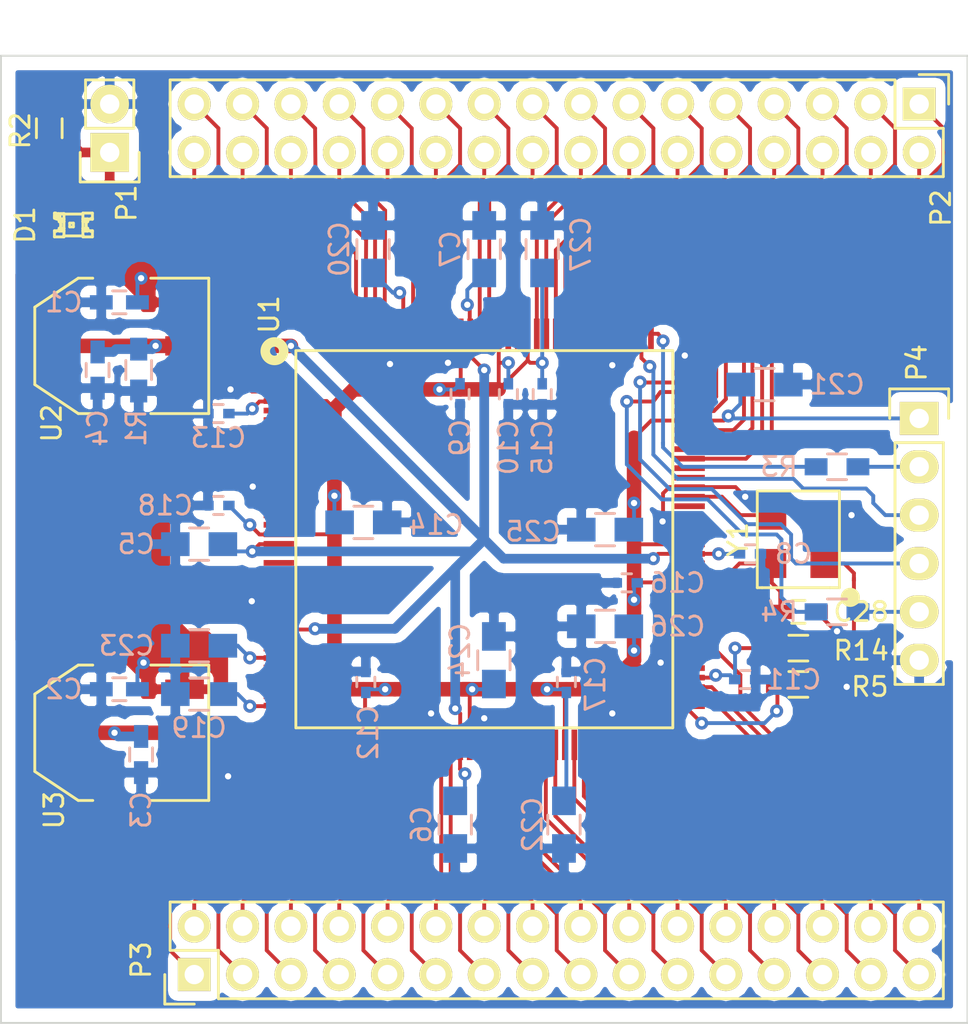
<source format=kicad_pcb>
(kicad_pcb (version 4) (host pcbnew "(2015-05-28 BZR 5689)-product")
  (layers (0 F.Cu signal) (31 B.Cu signal) (34 B.Paste user) (35 F.Paste user) (36 B.SilkS user) (37 F.SilkS user) (38 B.Mask user) (39 F.Mask user) (44 Edge.Cuts user))
  (net 0 "")
  (net 1 +5V)
  (net 2 GND)
  (net 3 +3V3)
  (net 4 +1V2)
  (net 5 "Net-(D1-Pad1)")
  (net 6 "Net-(P2-Pad2)")
  (net 7 "Net-(P2-Pad3)")
  (net 8 "Net-(P2-Pad4)")
  (net 9 "Net-(P2-Pad5)")
  (net 10 "Net-(P3-Pad1)")
  (net 11 "Net-(P3-Pad2)")
  (net 12 "Net-(P3-Pad3)")
  (net 13 "Net-(P3-Pad4)")
  (net 14 "Net-(P3-Pad5)")
  (net 15 "Net-(P3-Pad6)")
  (net 16 "Net-(P3-Pad7)")
  (net 17 "Net-(P3-Pad8)")
  (net 18 "Net-(P3-Pad9)")
  (net 19 "Net-(P3-Pad10)")
  (net 20 "Net-(P3-Pad11)")
  (net 21 "Net-(P3-Pad12)")
  (net 22 "Net-(P3-Pad13)")
  (net 23 "Net-(P3-Pad14)")
  (net 24 "Net-(P3-Pad15)")
  (net 25 "Net-(P3-Pad16)")
  (net 26 "Net-(P3-Pad17)")
  (net 27 "Net-(P3-Pad18)")
  (net 28 "Net-(P3-Pad19)")
  (net 29 "Net-(P3-Pad20)")
  (net 30 "Net-(P3-Pad21)")
  (net 31 "Net-(P3-Pad22)")
  (net 32 "Net-(P3-Pad23)")
  (net 33 "Net-(P3-Pad24)")
  (net 34 "Net-(P3-Pad25)")
  (net 35 "Net-(P3-Pad26)")
  (net 36 "Net-(P3-Pad27)")
  (net 37 "Net-(P3-Pad28)")
  (net 38 "Net-(P3-Pad29)")
  (net 39 "Net-(P3-Pad30)")
  (net 40 "Net-(P3-Pad31)")
  (net 41 "Net-(P3-Pad32)")
  (net 42 "Net-(R3-Pad1)")
  (net 43 "Net-(R4-Pad1)")
  (net 44 "Net-(R5-Pad1)")
  (net 45 "Net-(R14-Pad2)")
  (net 46 "Net-(U1-PadP1)")
  (net 47 "Net-(U1-PadP2)")
  (net 48 "Net-(U1-PadP5)")
  (net 49 "Net-(U1-PadP6)")
  (net 50 "Net-(U1-PadP7)")
  (net 51 "Net-(U1-PadP8)")
  (net 52 "Net-(U1-PadP9)")
  (net 53 "Net-(U1-PadP10)")
  (net 54 "Net-(U1-PadP11)")
  (net 55 "Net-(U1-PadP12)")
  (net 56 "Net-(U1-PadP14)")
  (net 57 "Net-(U1-PadP15)")
  (net 58 "Net-(U1-PadP16)")
  (net 59 "Net-(U1-PadP17)")
  (net 60 "Net-(U1-PadP21)")
  (net 61 "Net-(U1-PadP22)")
  (net 62 "Net-(U1-PadP23)")
  (net 63 "Net-(U1-PadP24)")
  (net 64 "Net-(U1-PadP26)")
  (net 65 "Net-(U1-PadP27)")
  (net 66 "Net-(U1-PadP29)")
  (net 67 "Net-(U1-PadP30)")
  (net 68 "Net-(U1-PadP32)")
  (net 69 "Net-(U1-PadP33)")
  (net 70 "Net-(U1-PadP34)")
  (net 71 "Net-(U1-PadP35)")
  (net 72 "Net-(U1-PadP78)")
  (net 73 "Net-(U1-PadP92)")
  (net 74 "Net-(U1-PadP93)")
  (net 75 "Net-(U1-PadP94)")
  (net 76 /FPGA_CLK)
  (net 77 "Net-(U1-PadP97)")
  (net 78 "Net-(U1-PadP98)")
  (net 79 "Net-(P2-Pad1)")
  (net 80 "Net-(P2-Pad6)")
  (net 81 "Net-(P2-Pad7)")
  (net 82 "Net-(P2-Pad8)")
  (net 83 "Net-(P2-Pad9)")
  (net 84 "Net-(P2-Pad10)")
  (net 85 "Net-(P2-Pad11)")
  (net 86 "Net-(P2-Pad12)")
  (net 87 "Net-(P2-Pad13)")
  (net 88 "Net-(P2-Pad14)")
  (net 89 "Net-(P2-Pad15)")
  (net 90 "Net-(P2-Pad16)")
  (net 91 "Net-(P2-Pad17)")
  (net 92 "Net-(P2-Pad18)")
  (net 93 "Net-(P2-Pad19)")
  (net 94 "Net-(P2-Pad20)")
  (net 95 "Net-(P2-Pad21)")
  (net 96 "Net-(P2-Pad22)")
  (net 97 "Net-(P2-Pad23)")
  (net 98 "Net-(P2-Pad24)")
  (net 99 "Net-(P2-Pad25)")
  (net 100 "Net-(P2-Pad26)")
  (net 101 "Net-(P2-Pad27)")
  (net 102 "Net-(P2-Pad28)")
  (net 103 "Net-(P2-Pad29)")
  (net 104 "Net-(P2-Pad30)")
  (net 105 "Net-(P2-Pad31)")
  (net 106 "Net-(P2-Pad32)")
  (net 107 "Net-(P4-Pad2)")
  (net 108 "Net-(P4-Pad3)")
  (net 109 "Net-(P4-Pad4)")
  (net 110 "Net-(P4-Pad5)")
  (net 111 "Net-(U1-PadP80)")
  (net 112 "Net-(U1-PadP81)")
  (net 113 "Net-(U1-PadP82)")
  (net 114 "Net-(U1-PadP83)")
  (net 115 "Net-(U1-PadP84)")
  (net 116 "Net-(U1-PadP85)")
  (net 117 "Net-(U1-PadP87)")
  (net 118 "Net-(U1-PadP88)")
  (module Capacitors_SMD:C_0603_HandSoldering (layer B.Cu) (at 192.913 44.704 180)
    (fp_text reference C1 (at 2.921 0 180) (layer B.SilkS) (effects (justify mirror)))
    (fp_text value 0.1uF)
    (pad 1 smd rect (at -0.95 0 180) (size 1.2 0.75) (layers B.Cu B.Paste B.Mask) (net 1 +5V))
    (pad 2 smd rect (at 0.95 0 180) (size 1.2 0.75) (layers B.Cu B.Paste B.Mask) (net 2 GND))
  )
  (module Capacitors_SMD:C_0603_HandSoldering (layer B.Cu) (at 192.913 65.024 180)
    (fp_text reference C2 (at 2.921 0 180) (layer B.SilkS) (effects (justify mirror)))
    (fp_text value 10uF)
    (pad 1 smd rect (at -0.95 0 180) (size 1.2 0.75) (layers B.Cu B.Paste B.Mask) (net 1 +5V))
    (pad 2 smd rect (at 0.95 0 180) (size 1.2 0.75) (layers B.Cu B.Paste B.Mask) (net 2 GND))
  )
  (module Capacitors_SMD:C_0603_HandSoldering (layer B.Cu) (at 194.056 68.453 270)
    (fp_text reference C3 (at 2.921 0 270) (layer B.SilkS) (effects (justify mirror)))
    (fp_text value 10uF)
    (pad 1 smd rect (at -0.95 0 270) (size 1.2 0.75) (layers B.Cu B.Paste B.Mask) (net 3 +3V3))
    (pad 2 smd rect (at 0.95 0 270) (size 1.2 0.75) (layers B.Cu B.Paste B.Mask) (net 2 GND))
  )
  (module Capacitors_SMD:C_0603_HandSoldering (layer B.Cu) (at 191.77 48.26 270)
    (fp_text reference C4 (at 3.048 0 270) (layer B.SilkS) (effects (justify mirror)))
    (fp_text value 10uF)
    (pad 1 smd rect (at -0.95 0 270) (size 1.2 0.75) (layers B.Cu B.Paste B.Mask) (net 4 +1V2))
    (pad 2 smd rect (at 0.95 0 270) (size 1.2 0.75) (layers B.Cu B.Paste B.Mask) (net 2 GND))
  )
  (module Capacitors_SMD:C_0805_HandSoldering (layer B.Cu) (at 197.104 57.404 180)
    (fp_text reference C5 (at 3.302 0 180) (layer B.SilkS) (effects (justify mirror)))
    (fp_text value 4.7uF)
    (pad 1 smd rect (at -1.25 0 180) (size 1.5 1.25) (layers B.Cu B.Paste B.Mask) (net 4 +1V2))
    (pad 2 smd rect (at 1.25 0 180) (size 1.5 1.25) (layers B.Cu B.Paste B.Mask) (net 2 GND))
  )
  (module Capacitors_SMD:C_0805_HandSoldering (layer B.Cu) (at 210.566 72.136 270)
    (fp_text reference C6 (at 0 1.778 270) (layer B.SilkS) (effects (justify mirror)))
    (fp_text value 4.7uF)
    (pad 1 smd rect (at -1.25 0 270) (size 1.5 1.25) (layers B.Cu B.Paste B.Mask) (net 4 +1V2))
    (pad 2 smd rect (at 1.25 0 270) (size 1.5 1.25) (layers B.Cu B.Paste B.Mask) (net 2 GND))
  )
  (module Capacitors_SMD:C_0805_HandSoldering (layer B.Cu) (at 212.09 41.91 90)
    (fp_text reference C7 (at 0 -1.778 90) (layer B.SilkS) (effects (justify mirror)))
    (fp_text value 4.7uF)
    (pad 1 smd rect (at -1.25 0 90) (size 1.5 1.25) (layers B.Cu B.Paste B.Mask) (net 4 +1V2))
    (pad 2 smd rect (at 1.25 0 90) (size 1.5 1.25) (layers B.Cu B.Paste B.Mask) (net 2 GND))
  )
  (module Capacitors_SMD:C_0402 (layer B.Cu) (at 226.06 57.912)
    (fp_text reference C8 (at 2.286 0) (layer B.SilkS) (effects (justify mirror)))
    (fp_text value 0.47uF)
    (pad 1 smd rect (at -0.55 0) (size 0.6 0.5) (layers B.Cu B.Paste B.Mask) (net 4 +1V2))
    (pad 2 smd rect (at 0.55 0) (size 0.6 0.5) (layers B.Cu B.Paste B.Mask) (net 2 GND))
  )
  (module Capacitors_SMD:C_0402 (layer B.Cu) (at 210.82 49.53 270)
    (fp_text reference C9 (at 2.286 0 270) (layer B.SilkS) (effects (justify mirror)))
    (fp_text value 0.47uF)
    (pad 1 smd rect (at -0.55 0 270) (size 0.6 0.5) (layers B.Cu B.Paste B.Mask) (net 3 +3V3))
    (pad 2 smd rect (at 0.55 0 270) (size 0.6 0.5) (layers B.Cu B.Paste B.Mask) (net 2 GND))
  )
  (module Capacitors_SMD:C_0402 (layer B.Cu) (at 213.36 49.53 270)
    (fp_text reference C10 (at 2.794 0 270) (layer B.SilkS) (effects (justify mirror)))
    (fp_text value 0.47uF)
    (pad 1 smd rect (at -0.55 0 270) (size 0.6 0.5) (layers B.Cu B.Paste B.Mask) (net 3 +3V3))
    (pad 2 smd rect (at 0.55 0 270) (size 0.6 0.5) (layers B.Cu B.Paste B.Mask) (net 2 GND))
  )
  (module Capacitors_SMD:C_0402 (layer B.Cu) (at 225.806 64.516)
    (fp_text reference C11 (at 2.54 0) (layer B.SilkS) (effects (justify mirror)))
    (fp_text value 0.47uF)
    (pad 1 smd rect (at -0.55 0) (size 0.6 0.5) (layers B.Cu B.Paste B.Mask) (net 3 +3V3))
    (pad 2 smd rect (at 0.55 0) (size 0.6 0.5) (layers B.Cu B.Paste B.Mask) (net 2 GND))
  )
  (module Capacitors_SMD:C_0402 (layer B.Cu) (at 205.867 64.643 90)
    (fp_text reference C12 (at -2.667 0.127 90) (layer B.SilkS) (effects (justify mirror)))
    (fp_text value 0.47uF)
    (pad 1 smd rect (at -0.55 0 90) (size 0.6 0.5) (layers B.Cu B.Paste B.Mask) (net 3 +3V3))
    (pad 2 smd rect (at 0.55 0 90) (size 0.6 0.5) (layers B.Cu B.Paste B.Mask) (net 2 GND))
  )
  (module Capacitors_SMD:C_0402 (layer B.Cu) (at 198.12 50.546 180)
    (fp_text reference C13 (at 0 -1.27 180) (layer B.SilkS) (effects (justify mirror)))
    (fp_text value 0.47uF)
    (pad 1 smd rect (at -0.55 0 180) (size 0.6 0.5) (layers B.Cu B.Paste B.Mask) (net 3 +3V3))
    (pad 2 smd rect (at 0.55 0 180) (size 0.6 0.5) (layers B.Cu B.Paste B.Mask) (net 2 GND))
  )
  (module Capacitors_SMD:C_0805_HandSoldering (layer B.Cu) (at 205.74 56.261)
    (fp_text reference C14 (at 3.81 0.127) (layer B.SilkS) (effects (justify mirror)))
    (fp_text value 4.7uF)
    (pad 1 smd rect (at -1.25 0) (size 1.5 1.25) (layers B.Cu B.Paste B.Mask) (net 3 +3V3))
    (pad 2 smd rect (at 1.25 0) (size 1.5 1.25) (layers B.Cu B.Paste B.Mask) (net 2 GND))
  )
  (module Capacitors_SMD:C_0402 (layer B.Cu) (at 215.138 49.53 270)
    (fp_text reference C15 (at 2.794 0 270) (layer B.SilkS) (effects (justify mirror)))
    (fp_text value 0.47uF)
    (pad 1 smd rect (at -0.55 0 270) (size 0.6 0.5) (layers B.Cu B.Paste B.Mask) (net 3 +3V3))
    (pad 2 smd rect (at 0.55 0 270) (size 0.6 0.5) (layers B.Cu B.Paste B.Mask) (net 2 GND))
  )
  (module Capacitors_SMD:C_0402 (layer B.Cu) (at 219.583 59.436 180)
    (fp_text reference C16 (at -2.667 0 180) (layer B.SilkS) (effects (justify mirror)))
    (fp_text value 0.47uF)
    (pad 1 smd rect (at -0.55 0 180) (size 0.6 0.5) (layers B.Cu B.Paste B.Mask) (net 3 +3V3))
    (pad 2 smd rect (at 0.55 0 180) (size 0.6 0.5) (layers B.Cu B.Paste B.Mask) (net 2 GND))
  )
  (module Capacitors_SMD:C_0402 (layer B.Cu) (at 216.408 64.643 90)
    (fp_text reference C17 (at -0.127 1.524 90) (layer B.SilkS) (effects (justify mirror)))
    (fp_text value 0.47uF)
    (pad 1 smd rect (at -0.55 0 90) (size 0.6 0.5) (layers B.Cu B.Paste B.Mask) (net 3 +3V3))
    (pad 2 smd rect (at 0.55 0 90) (size 0.6 0.5) (layers B.Cu B.Paste B.Mask) (net 2 GND))
  )
  (module Capacitors_SMD:C_0402 (layer B.Cu) (at 198.12 55.372 180)
    (fp_text reference C18 (at 2.794 0 180) (layer B.SilkS) (effects (justify mirror)))
    (fp_text value 0.47uF)
    (pad 1 smd rect (at -0.55 0 180) (size 0.6 0.5) (layers B.Cu B.Paste B.Mask) (net 3 +3V3))
    (pad 2 smd rect (at 0.55 0 180) (size 0.6 0.5) (layers B.Cu B.Paste B.Mask) (net 2 GND))
  )
  (module Capacitors_SMD:C_0805_HandSoldering (layer B.Cu) (at 197.104 65.278 180)
    (fp_text reference C19 (at 0 -1.778 180) (layer B.SilkS) (effects (justify mirror)))
    (fp_text value 4.7uF)
    (pad 1 smd rect (at -1.25 0 180) (size 1.5 1.25) (layers B.Cu B.Paste B.Mask) (net 3 +3V3))
    (pad 2 smd rect (at 1.25 0 180) (size 1.5 1.25) (layers B.Cu B.Paste B.Mask) (net 2 GND))
  )
  (module Capacitors_SMD:C_0805_HandSoldering (layer B.Cu) (at 206.248 41.91 90)
    (fp_text reference C20 (at 0 -1.778 90) (layer B.SilkS) (effects (justify mirror)))
    (fp_text value 4.7uF)
    (pad 1 smd rect (at -1.25 0 90) (size 1.5 1.25) (layers B.Cu B.Paste B.Mask) (net 3 +3V3))
    (pad 2 smd rect (at 1.25 0 90) (size 1.5 1.25) (layers B.Cu B.Paste B.Mask) (net 2 GND))
  )
  (module Capacitors_SMD:C_0805_HandSoldering (layer B.Cu) (at 226.822 49.022)
    (fp_text reference C21 (at 3.81 0) (layer B.SilkS) (effects (justify mirror)))
    (fp_text value 4.7uF)
    (pad 1 smd rect (at -1.25 0) (size 1.5 1.25) (layers B.Cu B.Paste B.Mask) (net 3 +3V3))
    (pad 2 smd rect (at 1.25 0) (size 1.5 1.25) (layers B.Cu B.Paste B.Mask) (net 2 GND))
  )
  (module Capacitors_SMD:C_0805_HandSoldering (layer B.Cu) (at 216.281 72.136 270)
    (fp_text reference C22 (at 0 1.651 270) (layer B.SilkS) (effects (justify mirror)))
    (fp_text value 4.7uF)
    (pad 1 smd rect (at -1.25 0 270) (size 1.5 1.25) (layers B.Cu B.Paste B.Mask) (net 3 +3V3))
    (pad 2 smd rect (at 1.25 0 270) (size 1.5 1.25) (layers B.Cu B.Paste B.Mask) (net 2 GND))
  )
  (module Capacitors_SMD:C_0805_HandSoldering (layer B.Cu) (at 197.104 62.738 180)
    (fp_text reference C23 (at 3.81 0 180) (layer B.SilkS) (effects (justify mirror)))
    (fp_text value 4.7uF)
    (pad 1 smd rect (at -1.25 0 180) (size 1.5 1.25) (layers B.Cu B.Paste B.Mask) (net 3 +3V3))
    (pad 2 smd rect (at 1.25 0 180) (size 1.5 1.25) (layers B.Cu B.Paste B.Mask) (net 2 GND))
  )
  (module Capacitors_SMD:C_0805_HandSoldering (layer B.Cu) (at 212.598 63.5 90)
    (fp_text reference C24 (at 0.508 -1.778 90) (layer B.SilkS) (effects (justify mirror)))
    (fp_text value 4.7uF)
    (pad 1 smd rect (at -1.25 0 90) (size 1.5 1.25) (layers B.Cu B.Paste B.Mask) (net 3 +3V3))
    (pad 2 smd rect (at 1.25 0 90) (size 1.5 1.25) (layers B.Cu B.Paste B.Mask) (net 2 GND))
  )
  (module Capacitors_SMD:C_0805_HandSoldering (layer B.Cu) (at 218.44 56.642 180)
    (fp_text reference C25 (at 3.7846 -0.1016 180) (layer B.SilkS) (effects (justify mirror)))
    (fp_text value 4.7uF)
    (pad 1 smd rect (at -1.25 0 180) (size 1.5 1.25) (layers B.Cu B.Paste B.Mask) (net 3 +3V3))
    (pad 2 smd rect (at 1.25 0 180) (size 1.5 1.25) (layers B.Cu B.Paste B.Mask) (net 2 GND))
  )
  (module Capacitors_SMD:C_0805_HandSoldering (layer B.Cu) (at 218.44 61.722 180)
    (fp_text reference C26 (at -3.81 0 180) (layer B.SilkS) (effects (justify mirror)))
    (fp_text value 4.7uF)
    (pad 1 smd rect (at -1.25 0 180) (size 1.5 1.25) (layers B.Cu B.Paste B.Mask) (net 3 +3V3))
    (pad 2 smd rect (at 1.25 0 180) (size 1.5 1.25) (layers B.Cu B.Paste B.Mask) (net 2 GND))
  )
  (module Capacitors_SMD:C_0805_HandSoldering (layer B.Cu) (at 215.138 41.91 90)
    (fp_text reference C27 (at 0.254 2.032 90) (layer B.SilkS) (effects (justify mirror)))
    (fp_text value 4.7uF)
    (pad 1 smd rect (at -1.25 0 90) (size 1.5 1.25) (layers B.Cu B.Paste B.Mask) (net 3 +3V3))
    (pad 2 smd rect (at 1.25 0 90) (size 1.5 1.25) (layers B.Cu B.Paste B.Mask) (net 2 GND))
  )
  (module Capacitors_SMD:C_0603_HandSoldering (layer F.Cu) (at 228.6 60.96 180)
    (fp_text reference C28 (at -3.302 0 180) (layer F.SilkS))
    (fp_text value 0.01uF)
    (pad 1 smd rect (at -0.95 0 180) (size 1.2 0.75) (layers F.Cu F.Paste F.Mask) (net 2 GND))
    (pad 2 smd rect (at 0.95 0 180) (size 1.2 0.75) (layers F.Cu F.Paste F.Mask) (net 3 +3V3))
  )
  (module LEDs:LED-0805 (layer F.Cu) (at 190.5 40.64)
    (fp_text reference D1 (at -2.54 0 90) (layer F.SilkS))
    (fp_text value LED)
    (pad 2 smd rect (at 1.04902 0 180) (size 1.19888 1.19888) (layers F.Cu F.Paste F.Mask) (net 1 +5V))
    (pad 1 smd rect (at -1.04902 0 180) (size 1.19888 1.19888) (layers F.Cu F.Paste F.Mask) (net 5 "Net-(D1-Pad1)"))
  )
  (module Pin_Headers:Pin_Header_Straight_2x16 (layer F.Cu) (at 196.85 80.01 90)
    (fp_text reference P3 (at 0.762 -2.794 90) (layer F.SilkS))
    (fp_text value CONN_02X16)
    (pad 1 thru_hole rect (at 0 0 90) (size 1.7272 1.7272) (drill 1.016) (layers *.Cu *.Mask F.SilkS) (net 10 "Net-(P3-Pad1)"))
    (pad 2 thru_hole oval (at 2.54 0 90) (size 1.7272 1.7272) (drill 1.016) (layers *.Cu *.Mask F.SilkS) (net 11 "Net-(P3-Pad2)"))
    (pad 3 thru_hole oval (at 0 2.54 90) (size 1.7272 1.7272) (drill 1.016) (layers *.Cu *.Mask F.SilkS) (net 12 "Net-(P3-Pad3)"))
    (pad 4 thru_hole oval (at 2.54 2.54 90) (size 1.7272 1.7272) (drill 1.016) (layers *.Cu *.Mask F.SilkS) (net 13 "Net-(P3-Pad4)"))
    (pad 5 thru_hole oval (at 0 5.08 90) (size 1.7272 1.7272) (drill 1.016) (layers *.Cu *.Mask F.SilkS) (net 14 "Net-(P3-Pad5)"))
    (pad 6 thru_hole oval (at 2.54 5.08 90) (size 1.7272 1.7272) (drill 1.016) (layers *.Cu *.Mask F.SilkS) (net 15 "Net-(P3-Pad6)"))
    (pad 7 thru_hole oval (at 0 7.62 90) (size 1.7272 1.7272) (drill 1.016) (layers *.Cu *.Mask F.SilkS) (net 16 "Net-(P3-Pad7)"))
    (pad 8 thru_hole oval (at 2.54 7.62 90) (size 1.7272 1.7272) (drill 1.016) (layers *.Cu *.Mask F.SilkS) (net 17 "Net-(P3-Pad8)"))
    (pad 9 thru_hole oval (at 0 10.16 90) (size 1.7272 1.7272) (drill 1.016) (layers *.Cu *.Mask F.SilkS) (net 18 "Net-(P3-Pad9)"))
    (pad 10 thru_hole oval (at 2.54 10.16 90) (size 1.7272 1.7272) (drill 1.016) (layers *.Cu *.Mask F.SilkS) (net 19 "Net-(P3-Pad10)"))
    (pad 11 thru_hole oval (at 0 12.7 90) (size 1.7272 1.7272) (drill 1.016) (layers *.Cu *.Mask F.SilkS) (net 20 "Net-(P3-Pad11)"))
    (pad 12 thru_hole oval (at 2.54 12.7 90) (size 1.7272 1.7272) (drill 1.016) (layers *.Cu *.Mask F.SilkS) (net 21 "Net-(P3-Pad12)"))
    (pad 13 thru_hole oval (at 0 15.24 90) (size 1.7272 1.7272) (drill 1.016) (layers *.Cu *.Mask F.SilkS) (net 22 "Net-(P3-Pad13)"))
    (pad 14 thru_hole oval (at 2.54 15.24 90) (size 1.7272 1.7272) (drill 1.016) (layers *.Cu *.Mask F.SilkS) (net 23 "Net-(P3-Pad14)"))
    (pad 15 thru_hole oval (at 0 17.78 90) (size 1.7272 1.7272) (drill 1.016) (layers *.Cu *.Mask F.SilkS) (net 24 "Net-(P3-Pad15)"))
    (pad 16 thru_hole oval (at 2.54 17.78 90) (size 1.7272 1.7272) (drill 1.016) (layers *.Cu *.Mask F.SilkS) (net 25 "Net-(P3-Pad16)"))
    (pad 17 thru_hole oval (at 0 20.32 90) (size 1.7272 1.7272) (drill 1.016) (layers *.Cu *.Mask F.SilkS) (net 26 "Net-(P3-Pad17)"))
    (pad 18 thru_hole oval (at 2.54 20.32 90) (size 1.7272 1.7272) (drill 1.016) (layers *.Cu *.Mask F.SilkS) (net 27 "Net-(P3-Pad18)"))
    (pad 19 thru_hole oval (at 0 22.86 90) (size 1.7272 1.7272) (drill 1.016) (layers *.Cu *.Mask F.SilkS) (net 28 "Net-(P3-Pad19)"))
    (pad 20 thru_hole oval (at 2.54 22.86 90) (size 1.7272 1.7272) (drill 1.016) (layers *.Cu *.Mask F.SilkS) (net 29 "Net-(P3-Pad20)"))
    (pad 21 thru_hole oval (at 0 25.4 90) (size 1.7272 1.7272) (drill 1.016) (layers *.Cu *.Mask F.SilkS) (net 30 "Net-(P3-Pad21)"))
    (pad 22 thru_hole oval (at 2.54 25.4 90) (size 1.7272 1.7272) (drill 1.016) (layers *.Cu *.Mask F.SilkS) (net 31 "Net-(P3-Pad22)"))
    (pad 23 thru_hole oval (at 0 27.94 90) (size 1.7272 1.7272) (drill 1.016) (layers *.Cu *.Mask F.SilkS) (net 32 "Net-(P3-Pad23)"))
    (pad 24 thru_hole oval (at 2.54 27.94 90) (size 1.7272 1.7272) (drill 1.016) (layers *.Cu *.Mask F.SilkS) (net 33 "Net-(P3-Pad24)"))
    (pad 25 thru_hole oval (at 0 30.48 90) (size 1.7272 1.7272) (drill 1.016) (layers *.Cu *.Mask F.SilkS) (net 34 "Net-(P3-Pad25)"))
    (pad 26 thru_hole oval (at 2.54 30.48 90) (size 1.7272 1.7272) (drill 1.016) (layers *.Cu *.Mask F.SilkS) (net 35 "Net-(P3-Pad26)"))
    (pad 27 thru_hole oval (at 0 33.02 90) (size 1.7272 1.7272) (drill 1.016) (layers *.Cu *.Mask F.SilkS) (net 36 "Net-(P3-Pad27)"))
    (pad 28 thru_hole oval (at 2.54 33.02 90) (size 1.7272 1.7272) (drill 1.016) (layers *.Cu *.Mask F.SilkS) (net 37 "Net-(P3-Pad28)"))
    (pad 29 thru_hole oval (at 0 35.56 90) (size 1.7272 1.7272) (drill 1.016) (layers *.Cu *.Mask F.SilkS) (net 38 "Net-(P3-Pad29)"))
    (pad 30 thru_hole oval (at 2.54 35.56 90) (size 1.7272 1.7272) (drill 1.016) (layers *.Cu *.Mask F.SilkS) (net 39 "Net-(P3-Pad30)"))
    (pad 31 thru_hole oval (at 0 38.1 90) (size 1.7272 1.7272) (drill 1.016) (layers *.Cu *.Mask F.SilkS) (net 40 "Net-(P3-Pad31)"))
    (pad 32 thru_hole oval (at 2.54 38.1 90) (size 1.7272 1.7272) (drill 1.016) (layers *.Cu *.Mask F.SilkS) (net 41 "Net-(P3-Pad32)"))
  )
  (module Resistors_SMD:R_0603_HandSoldering (layer B.Cu) (at 193.929 48.26 90)
    (fp_text reference R1 (at -3.048 -0.127 90) (layer B.SilkS) (effects (justify mirror)))
    (fp_text value 120E)
    (pad 1 smd rect (at -1.1 0 90) (size 1.2 0.9) (layers B.Cu B.Paste B.Mask) (net 2 GND))
    (pad 2 smd rect (at 1.1 0 90) (size 1.2 0.9) (layers B.Cu B.Paste B.Mask) (net 4 +1V2))
  )
  (module Resistors_SMD:R_0603_HandSoldering (layer F.Cu) (at 189.23 35.56 90)
    (fp_text reference R2 (at -0.127 -1.524 90) (layer F.SilkS))
    (fp_text value R)
    (pad 1 smd rect (at -1.1 0 90) (size 1.2 0.9) (layers F.Cu F.Paste F.Mask) (net 5 "Net-(D1-Pad1)"))
    (pad 2 smd rect (at 1.1 0 90) (size 1.2 0.9) (layers F.Cu F.Paste F.Mask) (net 2 GND))
  )
  (module Resistors_SMD:R_0603_HandSoldering (layer B.Cu) (at 230.632 53.34)
    (fp_text reference R3 (at -3.048 0) (layer B.SilkS) (effects (justify mirror)))
    (fp_text value 22E)
    (pad 1 smd rect (at -1.1 0) (size 1.2 0.9) (layers B.Cu B.Paste B.Mask) (net 42 "Net-(R3-Pad1)"))
    (pad 2 smd rect (at 1.1 0) (size 1.2 0.9) (layers B.Cu B.Paste B.Mask) (net 107 "Net-(P4-Pad2)"))
  )
  (module Resistors_SMD:R_0603_HandSoldering (layer B.Cu) (at 230.632 60.96)
    (fp_text reference R4 (at -3.048 0) (layer B.SilkS) (effects (justify mirror)))
    (fp_text value 22E)
    (pad 1 smd rect (at -1.1 0) (size 1.2 0.9) (layers B.Cu B.Paste B.Mask) (net 43 "Net-(R4-Pad1)"))
    (pad 2 smd rect (at 1.1 0) (size 1.2 0.9) (layers B.Cu B.Paste B.Mask) (net 110 "Net-(P4-Pad5)"))
  )
  (module Resistors_SMD:R_0603_HandSoldering (layer F.Cu) (at 228.6 64.77)
    (fp_text reference R5 (at 3.7592 0.127) (layer F.SilkS))
    (fp_text value 10K)
    (pad 1 smd rect (at -1.1 0) (size 1.2 0.9) (layers F.Cu F.Paste F.Mask) (net 44 "Net-(R5-Pad1)"))
    (pad 2 smd rect (at 1.1 0) (size 1.2 0.9) (layers F.Cu F.Paste F.Mask) (net 2 GND))
  )
  (module Resistors_SMD:R_0603_HandSoldering (layer F.Cu) (at 228.6 62.865)
    (fp_text reference R14 (at 3.302 0.127) (layer F.SilkS))
    (fp_text value 10K)
    (pad 1 smd rect (at -1.1 0) (size 1.2 0.9) (layers F.Cu F.Paste F.Mask) (net 3 +3V3))
    (pad 2 smd rect (at 1.1 0) (size 1.2 0.9) (layers F.Cu F.Paste F.Mask) (net 45 "Net-(R14-Pad2)"))
  )
  (module footprint_lib:SMD_TQFP_144_ (layer F.Cu) (at 212.09 57.15 270)
    (fp_text reference U1 (at -11.811 11.303 270) (layer F.SilkS))
    (fp_text value XC6SLX9)
    (pad P1 smd rect (at -8.763 10.795 270) (size 0.3 1.6) (layers F.Cu F.Paste F.Mask) (net 46 "Net-(U1-PadP1)"))
    (pad P2 smd rect (at -8.263 10.795 270) (size 0.3 1.6) (layers F.Cu F.Paste F.Mask) (net 47 "Net-(U1-PadP2)"))
    (pad P3 smd rect (at -7.763 10.795 270) (size 0.3 1.6) (layers F.Cu F.Paste F.Mask) (net 2 GND))
    (pad P4 smd rect (at -7.263 10.795 270) (size 0.3 1.6) (layers F.Cu F.Paste F.Mask) (net 3 +3V3))
    (pad P5 smd rect (at -6.763 10.795 270) (size 0.3 1.6) (layers F.Cu F.Paste F.Mask) (net 48 "Net-(U1-PadP5)"))
    (pad P6 smd rect (at -6.263 10.795 270) (size 0.3 1.6) (layers F.Cu F.Paste F.Mask) (net 49 "Net-(U1-PadP6)"))
    (pad P7 smd rect (at -5.763 10.795 270) (size 0.3 1.6) (layers F.Cu F.Paste F.Mask) (net 50 "Net-(U1-PadP7)"))
    (pad P8 smd rect (at -5.263 10.795 270) (size 0.3 1.6) (layers F.Cu F.Paste F.Mask) (net 51 "Net-(U1-PadP8)"))
    (pad P9 smd rect (at -4.763 10.795 270) (size 0.3 1.6) (layers F.Cu F.Paste F.Mask) (net 52 "Net-(U1-PadP9)"))
    (pad P10 smd rect (at -4.263 10.795 270) (size 0.3 1.6) (layers F.Cu F.Paste F.Mask) (net 53 "Net-(U1-PadP10)"))
    (pad P11 smd rect (at -3.763 10.795 270) (size 0.3 1.6) (layers F.Cu F.Paste F.Mask) (net 54 "Net-(U1-PadP11)"))
    (pad P12 smd rect (at -3.263 10.795 270) (size 0.3 1.6) (layers F.Cu F.Paste F.Mask) (net 55 "Net-(U1-PadP12)"))
    (pad P13 smd rect (at -2.763 10.795 270) (size 0.3 1.6) (layers F.Cu F.Paste F.Mask) (net 2 GND))
    (pad P14 smd rect (at -2.263 10.795 270) (size 0.3 1.6) (layers F.Cu F.Paste F.Mask) (net 56 "Net-(U1-PadP14)"))
    (pad P15 smd rect (at -1.763 10.795 270) (size 0.3 1.6) (layers F.Cu F.Paste F.Mask) (net 57 "Net-(U1-PadP15)"))
    (pad P16 smd rect (at -1.263 10.795 270) (size 0.3 1.6) (layers F.Cu F.Paste F.Mask) (net 58 "Net-(U1-PadP16)"))
    (pad P17 smd rect (at -0.763 10.795 270) (size 0.3 1.6) (layers F.Cu F.Paste F.Mask) (net 59 "Net-(U1-PadP17)"))
    (pad P18 smd rect (at -0.263 10.795 270) (size 0.3 1.6) (layers F.Cu F.Paste F.Mask) (net 3 +3V3))
    (pad P19 smd rect (at 0.237 10.795 270) (size 0.3 1.6) (layers F.Cu F.Paste F.Mask) (net 4 +1V2))
    (pad P20 smd rect (at 0.737 10.795 270) (size 0.3 1.6) (layers F.Cu F.Paste F.Mask) (net 3 +3V3))
    (pad P21 smd rect (at 1.237 10.795 270) (size 0.3 1.6) (layers F.Cu F.Paste F.Mask) (net 60 "Net-(U1-PadP21)"))
    (pad P22 smd rect (at 1.737 10.795 270) (size 0.3 1.6) (layers F.Cu F.Paste F.Mask) (net 61 "Net-(U1-PadP22)"))
    (pad P23 smd rect (at 2.237 10.795 270) (size 0.3 1.6) (layers F.Cu F.Paste F.Mask) (net 62 "Net-(U1-PadP23)"))
    (pad P24 smd rect (at 2.737 10.795 270) (size 0.3 1.6) (layers F.Cu F.Paste F.Mask) (net 63 "Net-(U1-PadP24)"))
    (pad P25 smd rect (at 3.237 10.795 270) (size 0.3 1.6) (layers F.Cu F.Paste F.Mask) (net 2 GND))
    (pad P26 smd rect (at 3.737 10.795 270) (size 0.3 1.6) (layers F.Cu F.Paste F.Mask) (net 64 "Net-(U1-PadP26)"))
    (pad P27 smd rect (at 4.237 10.795 270) (size 0.3 1.6) (layers F.Cu F.Paste F.Mask) (net 65 "Net-(U1-PadP27)"))
    (pad P28 smd rect (at 4.737 10.795 270) (size 0.3 1.6) (layers F.Cu F.Paste F.Mask) (net 4 +1V2))
    (pad P29 smd rect (at 5.237 10.795 270) (size 0.3 1.6) (layers F.Cu F.Paste F.Mask) (net 66 "Net-(U1-PadP29)"))
    (pad P30 smd rect (at 5.737 10.795 270) (size 0.3 1.6) (layers F.Cu F.Paste F.Mask) (net 67 "Net-(U1-PadP30)"))
    (pad P31 smd rect (at 6.237 10.795 270) (size 0.3 1.6) (layers F.Cu F.Paste F.Mask) (net 3 +3V3))
    (pad P32 smd rect (at 6.737 10.795 270) (size 0.3 1.6) (layers F.Cu F.Paste F.Mask) (net 68 "Net-(U1-PadP32)"))
    (pad P33 smd rect (at 7.237 10.795 270) (size 0.3 1.6) (layers F.Cu F.Paste F.Mask) (net 69 "Net-(U1-PadP33)"))
    (pad P34 smd rect (at 7.737 10.795 270) (size 0.3 1.6) (layers F.Cu F.Paste F.Mask) (net 70 "Net-(U1-PadP34)"))
    (pad P35 smd rect (at 8.237 10.795 270) (size 0.3 1.6) (layers F.Cu F.Paste F.Mask) (net 71 "Net-(U1-PadP35)"))
    (pad P36 smd rect (at 8.737 10.795 270) (size 0.3 1.6) (layers F.Cu F.Paste F.Mask) (net 3 +3V3))
    (pad P37 smd rect (at 10.795 8.763) (size 0.3 1.6) (layers F.Cu F.Paste F.Mask) (net 10 "Net-(P3-Pad1)"))
    (pad P73 smd rect (at 8.763 -10.795 90) (size 0.3 1.6) (layers F.Cu F.Paste F.Mask) (net 44 "Net-(R5-Pad1)"))
    (pad P38 smd rect (at 10.795 8.263) (size 0.3 1.6) (layers F.Cu F.Paste F.Mask) (net 11 "Net-(P3-Pad2)"))
    (pad P39 smd rect (at 10.795 7.763) (size 0.3 1.6) (layers F.Cu F.Paste F.Mask) (net 12 "Net-(P3-Pad3)"))
    (pad P40 smd rect (at 10.795 7.263) (size 0.3 1.6) (layers F.Cu F.Paste F.Mask) (net 13 "Net-(P3-Pad4)"))
    (pad P41 smd rect (at 10.795 6.763) (size 0.3 1.6) (layers F.Cu F.Paste F.Mask) (net 14 "Net-(P3-Pad5)"))
    (pad P42 smd rect (at 10.795 6.263) (size 0.3 1.6) (layers F.Cu F.Paste F.Mask) (net 3 +3V3))
    (pad P43 smd rect (at 10.795 5.763) (size 0.3 1.6) (layers F.Cu F.Paste F.Mask) (net 15 "Net-(P3-Pad6)"))
    (pad P44 smd rect (at 10.795 5.263) (size 0.3 1.6) (layers F.Cu F.Paste F.Mask) (net 16 "Net-(P3-Pad7)"))
    (pad P45 smd rect (at 10.795 4.763) (size 0.3 1.6) (layers F.Cu F.Paste F.Mask) (net 17 "Net-(P3-Pad8)"))
    (pad P46 smd rect (at 10.795 4.263) (size 0.3 1.6) (layers F.Cu F.Paste F.Mask) (net 18 "Net-(P3-Pad9)"))
    (pad P47 smd rect (at 10.795 3.763) (size 0.3 1.6) (layers F.Cu F.Paste F.Mask) (net 19 "Net-(P3-Pad10)"))
    (pad P48 smd rect (at 10.795 3.263) (size 0.3 1.6) (layers F.Cu F.Paste F.Mask) (net 20 "Net-(P3-Pad11)"))
    (pad P49 smd rect (at 10.795 2.763) (size 0.3 1.6) (layers F.Cu F.Paste F.Mask) (net 2 GND))
    (pad P50 smd rect (at 10.795 2.263) (size 0.3 1.6) (layers F.Cu F.Paste F.Mask) (net 21 "Net-(P3-Pad12)"))
    (pad P51 smd rect (at 10.795 1.763) (size 0.3 1.6) (layers F.Cu F.Paste F.Mask) (net 22 "Net-(P3-Pad13)"))
    (pad P52 smd rect (at 10.795 1.263) (size 0.3 1.6) (layers F.Cu F.Paste F.Mask) (net 4 +1V2))
    (pad P53 smd rect (at 10.795 0.763) (size 0.3 1.6) (layers F.Cu F.Paste F.Mask) (net 3 +3V3))
    (pad P54 smd rect (at 10.795 0.263) (size 0.3 1.6) (layers F.Cu F.Paste F.Mask) (net 2 GND))
    (pad P55 smd rect (at 10.795 -0.237) (size 0.3 1.6) (layers F.Cu F.Paste F.Mask) (net 23 "Net-(P3-Pad14)"))
    (pad P56 smd rect (at 10.795 -0.737) (size 0.3 1.6) (layers F.Cu F.Paste F.Mask) (net 24 "Net-(P3-Pad15)"))
    (pad P57 smd rect (at 10.795 -1.237) (size 0.3 1.6) (layers F.Cu F.Paste F.Mask) (net 25 "Net-(P3-Pad16)"))
    (pad P58 smd rect (at 10.795 -1.737) (size 0.3 1.6) (layers F.Cu F.Paste F.Mask) (net 26 "Net-(P3-Pad17)"))
    (pad P59 smd rect (at 10.795 -2.237) (size 0.3 1.6) (layers F.Cu F.Paste F.Mask) (net 27 "Net-(P3-Pad18)"))
    (pad P60 smd rect (at 10.795 -2.737) (size 0.3 1.6) (layers F.Cu F.Paste F.Mask) (net 28 "Net-(P3-Pad19)"))
    (pad P61 smd rect (at 10.795 -3.237) (size 0.3 1.6) (layers F.Cu F.Paste F.Mask) (net 29 "Net-(P3-Pad20)"))
    (pad P62 smd rect (at 10.795 -3.737) (size 0.3 1.6) (layers F.Cu F.Paste F.Mask) (net 30 "Net-(P3-Pad21)"))
    (pad P63 smd rect (at 10.795 -4.237) (size 0.3 1.6) (layers F.Cu F.Paste F.Mask) (net 3 +3V3))
    (pad P64 smd rect (at 10.795 -4.737) (size 0.3 1.6) (layers F.Cu F.Paste F.Mask) (net 31 "Net-(P3-Pad22)"))
    (pad P65 smd rect (at 10.795 -5.237) (size 0.3 1.6) (layers F.Cu F.Paste F.Mask) (net 32 "Net-(P3-Pad23)"))
    (pad P66 smd rect (at 10.795 -5.737) (size 0.3 1.6) (layers F.Cu F.Paste F.Mask) (net 33 "Net-(P3-Pad24)"))
    (pad P67 smd rect (at 10.795 -6.237) (size 0.3 1.6) (layers F.Cu F.Paste F.Mask) (net 34 "Net-(P3-Pad25)"))
    (pad P68 smd rect (at 10.795 -6.737) (size 0.3 1.6) (layers F.Cu F.Paste F.Mask) (net 2 GND))
    (pad P69 smd rect (at 10.795 -7.237) (size 0.3 1.6) (layers F.Cu F.Paste F.Mask) (net 35 "Net-(P3-Pad26)"))
    (pad P70 smd rect (at 10.795 -7.737) (size 0.3 1.6) (layers F.Cu F.Paste F.Mask) (net 36 "Net-(P3-Pad27)"))
    (pad P71 smd rect (at 10.795 -8.237) (size 0.3 1.6) (layers F.Cu F.Paste F.Mask) (net 37 "Net-(P3-Pad28)"))
    (pad P72 smd rect (at 10.795 -8.737) (size 0.3 1.6) (layers F.Cu F.Paste F.Mask) (net 38 "Net-(P3-Pad29)"))
    (pad P74 smd rect (at 8.263 -10.795 90) (size 0.3 1.6) (layers F.Cu F.Paste F.Mask) (net 39 "Net-(P3-Pad30)"))
    (pad P75 smd rect (at 7.763 -10.795 90) (size 0.3 1.6) (layers F.Cu F.Paste F.Mask) (net 40 "Net-(P3-Pad31)"))
    (pad P76 smd rect (at 7.263 -10.795 90) (size 0.3 1.6) (layers F.Cu F.Paste F.Mask) (net 3 +3V3))
    (pad P77 smd rect (at 6.763 -10.795 90) (size 0.3 1.6) (layers F.Cu F.Paste F.Mask) (net 2 GND))
    (pad P78 smd rect (at 6.263 -10.795 90) (size 0.3 1.6) (layers F.Cu F.Paste F.Mask) (net 72 "Net-(U1-PadP78)"))
    (pad P79 smd rect (at 5.763 -10.795 90) (size 0.3 1.6) (layers F.Cu F.Paste F.Mask) (net 41 "Net-(P3-Pad32)"))
    (pad P80 smd rect (at 5.263 -10.795 90) (size 0.3 1.6) (layers F.Cu F.Paste F.Mask) (net 111 "Net-(U1-PadP80)"))
    (pad P81 smd rect (at 4.763 -10.795 90) (size 0.3 1.6) (layers F.Cu F.Paste F.Mask) (net 112 "Net-(U1-PadP81)"))
    (pad P82 smd rect (at 4.263 -10.795 90) (size 0.3 1.6) (layers F.Cu F.Paste F.Mask) (net 113 "Net-(U1-PadP82)"))
    (pad P83 smd rect (at 3.763 -10.795 90) (size 0.3 1.6) (layers F.Cu F.Paste F.Mask) (net 114 "Net-(U1-PadP83)"))
    (pad P84 smd rect (at 3.263 -10.795 90) (size 0.3 1.6) (layers F.Cu F.Paste F.Mask) (net 115 "Net-(U1-PadP84)"))
    (pad P85 smd rect (at 2.763 -10.795 90) (size 0.3 1.6) (layers F.Cu F.Paste F.Mask) (net 116 "Net-(U1-PadP85)"))
    (pad P86 smd rect (at 2.263 -10.795 90) (size 0.3 1.6) (layers F.Cu F.Paste F.Mask) (net 3 +3V3))
    (pad P87 smd rect (at 1.763 -10.795 90) (size 0.3 1.6) (layers F.Cu F.Paste F.Mask) (net 117 "Net-(U1-PadP87)"))
    (pad P88 smd rect (at 1.263 -10.795 90) (size 0.3 1.6) (layers F.Cu F.Paste F.Mask) (net 118 "Net-(U1-PadP88)"))
    (pad P89 smd rect (at 0.763 -10.795 90) (size 0.3 1.6) (layers F.Cu F.Paste F.Mask) (net 4 +1V2))
    (pad P90 smd rect (at 0.263 -10.795 90) (size 0.3 1.6) (layers F.Cu F.Paste F.Mask) (net 3 +3V3))
    (pad P91 smd rect (at -0.237 -10.795 90) (size 0.3 1.6) (layers F.Cu F.Paste F.Mask) (net 2 GND))
    (pad P92 smd rect (at -0.737 -10.795 90) (size 0.3 1.6) (layers F.Cu F.Paste F.Mask) (net 73 "Net-(U1-PadP92)"))
    (pad P93 smd rect (at -1.237 -10.795 90) (size 0.3 1.6) (layers F.Cu F.Paste F.Mask) (net 74 "Net-(U1-PadP93)"))
    (pad P94 smd rect (at -1.737 -10.795 90) (size 0.3 1.6) (layers F.Cu F.Paste F.Mask) (net 75 "Net-(U1-PadP94)"))
    (pad P95 smd rect (at -2.237 -10.795 90) (size 0.3 1.6) (layers F.Cu F.Paste F.Mask) (net 76 /FPGA_CLK))
    (pad P96 smd rect (at -2.737 -10.795 90) (size 0.3 1.6) (layers F.Cu F.Paste F.Mask) (net 2 GND))
    (pad P97 smd rect (at -3.237 -10.795 90) (size 0.3 1.6) (layers F.Cu F.Paste F.Mask) (net 77 "Net-(U1-PadP97)"))
    (pad P98 smd rect (at -3.737 -10.795 90) (size 0.3 1.6) (layers F.Cu F.Paste F.Mask) (net 78 "Net-(U1-PadP98)"))
    (pad P99 smd rect (at -4.237 -10.795 90) (size 0.3 1.6) (layers F.Cu F.Paste F.Mask) (net 79 "Net-(P2-Pad1)"))
    (pad P100 smd rect (at -4.737 -10.795 90) (size 0.3 1.6) (layers F.Cu F.Paste F.Mask) (net 6 "Net-(P2-Pad2)"))
    (pad P101 smd rect (at -5.237 -10.795 90) (size 0.3 1.6) (layers F.Cu F.Paste F.Mask) (net 7 "Net-(P2-Pad3)"))
    (pad P102 smd rect (at -5.737 -10.795 90) (size 0.3 1.6) (layers F.Cu F.Paste F.Mask) (net 8 "Net-(P2-Pad4)"))
    (pad P103 smd rect (at -6.237 -10.795 90) (size 0.3 1.6) (layers F.Cu F.Paste F.Mask) (net 3 +3V3))
    (pad P104 smd rect (at -6.737 -10.795 90) (size 0.3 1.6) (layers F.Cu F.Paste F.Mask) (net 9 "Net-(P2-Pad5)"))
    (pad P105 smd rect (at -7.237 -10.795 90) (size 0.3 1.6) (layers F.Cu F.Paste F.Mask) (net 80 "Net-(P2-Pad6)"))
    (pad P106 smd rect (at -7.737 -10.795 90) (size 0.3 1.6) (layers F.Cu F.Paste F.Mask) (net 43 "Net-(R4-Pad1)"))
    (pad P107 smd rect (at -8.237 -10.795 90) (size 0.3 1.6) (layers F.Cu F.Paste F.Mask) (net 109 "Net-(P4-Pad4)"))
    (pad P108 smd rect (at -8.737 -10.795 90) (size 0.3 1.6) (layers F.Cu F.Paste F.Mask) (net 2 GND))
    (pad P109 smd rect (at -10.795 -8.763 180) (size 0.3 1.6) (layers F.Cu F.Paste F.Mask) (net 42 "Net-(R3-Pad1)"))
    (pad P110 smd rect (at -10.795 -8.263 180) (size 0.3 1.6) (layers F.Cu F.Paste F.Mask) (net 108 "Net-(P4-Pad3)"))
    (pad P111 smd rect (at -10.795 -7.763 180) (size 0.3 1.6) (layers F.Cu F.Paste F.Mask) (net 81 "Net-(P2-Pad7)"))
    (pad P112 smd rect (at -10.795 -7.263 180) (size 0.3 1.6) (layers F.Cu F.Paste F.Mask) (net 82 "Net-(P2-Pad8)"))
    (pad P113 smd rect (at -10.795 -6.763 180) (size 0.3 1.6) (layers F.Cu F.Paste F.Mask) (net 2 GND))
    (pad P114 smd rect (at -10.795 -6.263 180) (size 0.3 1.6) (layers F.Cu F.Paste F.Mask) (net 83 "Net-(P2-Pad9)"))
    (pad P115 smd rect (at -10.795 -5.763 180) (size 0.3 1.6) (layers F.Cu F.Paste F.Mask) (net 84 "Net-(P2-Pad10)"))
    (pad P116 smd rect (at -10.795 -5.263 180) (size 0.3 1.6) (layers F.Cu F.Paste F.Mask) (net 85 "Net-(P2-Pad11)"))
    (pad P117 smd rect (at -10.795 -4.763 180) (size 0.3 1.6) (layers F.Cu F.Paste F.Mask) (net 86 "Net-(P2-Pad12)"))
    (pad P118 smd rect (at -10.795 -4.263 180) (size 0.3 1.6) (layers F.Cu F.Paste F.Mask) (net 87 "Net-(P2-Pad13)"))
    (pad P119 smd rect (at -10.795 -3.763 180) (size 0.3 1.6) (layers F.Cu F.Paste F.Mask) (net 88 "Net-(P2-Pad14)"))
    (pad P120 smd rect (at -10.795 -3.263 180) (size 0.3 1.6) (layers F.Cu F.Paste F.Mask) (net 89 "Net-(P2-Pad15)"))
    (pad P121 smd rect (at -10.795 -2.763 180) (size 0.3 1.6) (layers F.Cu F.Paste F.Mask) (net 90 "Net-(P2-Pad16)"))
    (pad P122 smd rect (at -10.795 -2.263 180) (size 0.3 1.6) (layers F.Cu F.Paste F.Mask) (net 3 +3V3))
    (pad P123 smd rect (at -10.795 -1.763 180) (size 0.3 1.6) (layers F.Cu F.Paste F.Mask) (net 91 "Net-(P2-Pad17)"))
    (pad P124 smd rect (at -10.795 -1.263 180) (size 0.3 1.6) (layers F.Cu F.Paste F.Mask) (net 92 "Net-(P2-Pad18)"))
    (pad P125 smd rect (at -10.795 -0.763 180) (size 0.3 1.6) (layers F.Cu F.Paste F.Mask) (net 3 +3V3))
    (pad P126 smd rect (at -10.795 -0.263 180) (size 0.3 1.6) (layers F.Cu F.Paste F.Mask) (net 93 "Net-(P2-Pad19)"))
    (pad P127 smd rect (at -10.795 0.237 180) (size 0.3 1.6) (layers F.Cu F.Paste F.Mask) (net 94 "Net-(P2-Pad20)"))
    (pad P128 smd rect (at -10.795 0.737 180) (size 0.3 1.6) (layers F.Cu F.Paste F.Mask) (net 4 +1V2))
    (pad P129 smd rect (at -10.795 1.237 180) (size 0.3 1.6) (layers F.Cu F.Paste F.Mask) (net 3 +3V3))
    (pad P130 smd rect (at -10.795 1.737 180) (size 0.3 1.6) (layers F.Cu F.Paste F.Mask) (net 2 GND))
    (pad P131 smd rect (at -10.795 2.237 180) (size 0.3 1.6) (layers F.Cu F.Paste F.Mask) (net 95 "Net-(P2-Pad21)"))
    (pad P132 smd rect (at -10.795 2.737 180) (size 0.3 1.6) (layers F.Cu F.Paste F.Mask) (net 96 "Net-(P2-Pad22)"))
    (pad P133 smd rect (at -10.795 3.237 180) (size 0.3 1.6) (layers F.Cu F.Paste F.Mask) (net 97 "Net-(P2-Pad23)"))
    (pad P134 smd rect (at -10.795 3.737 180) (size 0.3 1.6) (layers F.Cu F.Paste F.Mask) (net 98 "Net-(P2-Pad24)"))
    (pad P135 smd rect (at -10.795 4.237 180) (size 0.3 1.6) (layers F.Cu F.Paste F.Mask) (net 3 +3V3))
    (pad P136 smd rect (at -10.795 4.737 180) (size 0.3 1.6) (layers F.Cu F.Paste F.Mask) (net 2 GND))
    (pad P137 smd rect (at -10.795 5.237 180) (size 0.3 1.6) (layers F.Cu F.Paste F.Mask) (net 99 "Net-(P2-Pad25)"))
    (pad P138 smd rect (at -10.795 5.737 180) (size 0.3 1.6) (layers F.Cu F.Paste F.Mask) (net 100 "Net-(P2-Pad26)"))
    (pad P139 smd rect (at -10.795 6.237 180) (size 0.3 1.6) (layers F.Cu F.Paste F.Mask) (net 101 "Net-(P2-Pad27)"))
    (pad P140 smd rect (at -10.795 6.737 180) (size 0.3 1.6) (layers F.Cu F.Paste F.Mask) (net 102 "Net-(P2-Pad28)"))
    (pad P141 smd rect (at -10.795 7.237 180) (size 0.3 1.6) (layers F.Cu F.Paste F.Mask) (net 103 "Net-(P2-Pad29)"))
    (pad P142 smd rect (at -10.795 7.737 180) (size 0.3 1.6) (layers F.Cu F.Paste F.Mask) (net 104 "Net-(P2-Pad30)"))
    (pad P143 smd rect (at -10.795 8.237 180) (size 0.3 1.6) (layers F.Cu F.Paste F.Mask) (net 105 "Net-(P2-Pad31)"))
    (pad P144 smd rect (at -10.795 8.737 180) (size 0.3 1.6) (layers F.Cu F.Paste F.Mask) (net 106 "Net-(P2-Pad32)"))
  )
  (module SMD_Packages:SOT-223 (layer F.Cu) (at 193.04 46.99 90)
    (fp_text reference U2 (at -4.064 -3.683 90) (layer F.SilkS))
    (fp_text value LD1117S12CTR)
    (pad 4 smd rect (at 0 -3.302 90) (size 3.6576 2.032) (layers F.Cu F.Paste F.Mask) (net 4 +1V2))
    (pad 2 smd rect (at 0 3.302 90) (size 1.016 2.032) (layers F.Cu F.Paste F.Mask) (net 4 +1V2))
    (pad 3 smd rect (at 2.286 3.302 90) (size 1.016 2.032) (layers F.Cu F.Paste F.Mask) (net 1 +5V))
    (pad 1 smd rect (at -2.286 3.302 90) (size 1.016 2.032) (layers F.Cu F.Paste F.Mask) (net 2 GND))
  )
  (module SMD_Packages:SOT-223 (layer F.Cu) (at 193.04 67.31 90)
    (fp_text reference U3 (at -4.064 -3.556 90) (layer F.SilkS))
    (fp_text value LD1117S33CTR)
    (pad 4 smd rect (at 0 -3.302 90) (size 3.6576 2.032) (layers F.Cu F.Paste F.Mask) (net 3 +3V3))
    (pad 2 smd rect (at 0 3.302 90) (size 1.016 2.032) (layers F.Cu F.Paste F.Mask) (net 3 +3V3))
    (pad 3 smd rect (at 2.286 3.302 90) (size 1.016 2.032) (layers F.Cu F.Paste F.Mask) (net 1 +5V))
    (pad 1 smd rect (at -2.286 3.302 90) (size 1.016 2.032) (layers F.Cu F.Paste F.Mask) (net 2 GND))
  )
  (module footprint_lib:OSC_SMD_QFN_5x3.2mm (layer F.Cu) (at 228.6 57.15 90)
    (fp_text reference Y1 (at 0 -3.175 90) (layer F.SilkS))
    (fp_text value OSC)
    (pad 1 smd rect (at -1.27 1.397 90) (size 1.524 1.524) (layers F.Cu F.Paste F.Mask) (net 45 "Net-(R14-Pad2)"))
    (pad 2 smd rect (at 1.27 1.397 90) (size 1.524 1.524) (layers F.Cu F.Paste F.Mask) (net 2 GND))
    (pad 3 smd rect (at 1.27 -1.397 90) (size 1.524 1.524) (layers F.Cu F.Paste F.Mask) (net 76 /FPGA_CLK))
    (pad 4 smd rect (at -1.27 -1.397 90) (size 1.524 1.524) (layers F.Cu F.Paste F.Mask) (net 3 +3V3))
  )
  (module Pin_Headers:Pin_Header_Straight_1x02 (layer F.Cu) (at 192.405 36.83 180)
    (fp_text reference P1 (at -0.889 -2.667 270) (layer F.SilkS))
    (fp_text value CONN_01X02)
    (pad 1 thru_hole rect (at 0 0 180) (size 2.032 2.032) (drill 1.016) (layers *.Cu *.Mask F.SilkS) (net 1 +5V))
    (pad 2 thru_hole oval (at 0 2.54 180) (size 2.032 2.032) (drill 1.016) (layers *.Cu *.Mask F.SilkS) (net 2 GND))
  )
  (module Pin_Headers:Pin_Header_Straight_2x16 (layer F.Cu) (at 234.95 34.29 270)
    (fp_text reference P2 (at 5.461 -1.143 270) (layer F.SilkS))
    (fp_text value CONN_02X16)
    (pad 1 thru_hole rect (at 0 0 270) (size 1.7272 1.7272) (drill 1.016) (layers *.Cu *.Mask F.SilkS) (net 79 "Net-(P2-Pad1)"))
    (pad 2 thru_hole oval (at 2.54 0 270) (size 1.7272 1.7272) (drill 1.016) (layers *.Cu *.Mask F.SilkS) (net 6 "Net-(P2-Pad2)"))
    (pad 3 thru_hole oval (at 0 2.54 270) (size 1.7272 1.7272) (drill 1.016) (layers *.Cu *.Mask F.SilkS) (net 7 "Net-(P2-Pad3)"))
    (pad 4 thru_hole oval (at 2.54 2.54 270) (size 1.7272 1.7272) (drill 1.016) (layers *.Cu *.Mask F.SilkS) (net 8 "Net-(P2-Pad4)"))
    (pad 5 thru_hole oval (at 0 5.08 270) (size 1.7272 1.7272) (drill 1.016) (layers *.Cu *.Mask F.SilkS) (net 9 "Net-(P2-Pad5)"))
    (pad 6 thru_hole oval (at 2.54 5.08 270) (size 1.7272 1.7272) (drill 1.016) (layers *.Cu *.Mask F.SilkS) (net 80 "Net-(P2-Pad6)"))
    (pad 7 thru_hole oval (at 0 7.62 270) (size 1.7272 1.7272) (drill 1.016) (layers *.Cu *.Mask F.SilkS) (net 81 "Net-(P2-Pad7)"))
    (pad 8 thru_hole oval (at 2.54 7.62 270) (size 1.7272 1.7272) (drill 1.016) (layers *.Cu *.Mask F.SilkS) (net 82 "Net-(P2-Pad8)"))
    (pad 9 thru_hole oval (at 0 10.16 270) (size 1.7272 1.7272) (drill 1.016) (layers *.Cu *.Mask F.SilkS) (net 83 "Net-(P2-Pad9)"))
    (pad 10 thru_hole oval (at 2.54 10.16 270) (size 1.7272 1.7272) (drill 1.016) (layers *.Cu *.Mask F.SilkS) (net 84 "Net-(P2-Pad10)"))
    (pad 11 thru_hole oval (at 0 12.7 270) (size 1.7272 1.7272) (drill 1.016) (layers *.Cu *.Mask F.SilkS) (net 85 "Net-(P2-Pad11)"))
    (pad 12 thru_hole oval (at 2.54 12.7 270) (size 1.7272 1.7272) (drill 1.016) (layers *.Cu *.Mask F.SilkS) (net 86 "Net-(P2-Pad12)"))
    (pad 13 thru_hole oval (at 0 15.24 270) (size 1.7272 1.7272) (drill 1.016) (layers *.Cu *.Mask F.SilkS) (net 87 "Net-(P2-Pad13)"))
    (pad 14 thru_hole oval (at 2.54 15.24 270) (size 1.7272 1.7272) (drill 1.016) (layers *.Cu *.Mask F.SilkS) (net 88 "Net-(P2-Pad14)"))
    (pad 15 thru_hole oval (at 0 17.78 270) (size 1.7272 1.7272) (drill 1.016) (layers *.Cu *.Mask F.SilkS) (net 89 "Net-(P2-Pad15)"))
    (pad 16 thru_hole oval (at 2.54 17.78 270) (size 1.7272 1.7272) (drill 1.016) (layers *.Cu *.Mask F.SilkS) (net 90 "Net-(P2-Pad16)"))
    (pad 17 thru_hole oval (at 0 20.32 270) (size 1.7272 1.7272) (drill 1.016) (layers *.Cu *.Mask F.SilkS) (net 91 "Net-(P2-Pad17)"))
    (pad 18 thru_hole oval (at 2.54 20.32 270) (size 1.7272 1.7272) (drill 1.016) (layers *.Cu *.Mask F.SilkS) (net 92 "Net-(P2-Pad18)"))
    (pad 19 thru_hole oval (at 0 22.86 270) (size 1.7272 1.7272) (drill 1.016) (layers *.Cu *.Mask F.SilkS) (net 93 "Net-(P2-Pad19)"))
    (pad 20 thru_hole oval (at 2.54 22.86 270) (size 1.7272 1.7272) (drill 1.016) (layers *.Cu *.Mask F.SilkS) (net 94 "Net-(P2-Pad20)"))
    (pad 21 thru_hole oval (at 0 25.4 270) (size 1.7272 1.7272) (drill 1.016) (layers *.Cu *.Mask F.SilkS) (net 95 "Net-(P2-Pad21)"))
    (pad 22 thru_hole oval (at 2.54 25.4 270) (size 1.7272 1.7272) (drill 1.016) (layers *.Cu *.Mask F.SilkS) (net 96 "Net-(P2-Pad22)"))
    (pad 23 thru_hole oval (at 0 27.94 270) (size 1.7272 1.7272) (drill 1.016) (layers *.Cu *.Mask F.SilkS) (net 97 "Net-(P2-Pad23)"))
    (pad 24 thru_hole oval (at 2.54 27.94 270) (size 1.7272 1.7272) (drill 1.016) (layers *.Cu *.Mask F.SilkS) (net 98 "Net-(P2-Pad24)"))
    (pad 25 thru_hole oval (at 0 30.48 270) (size 1.7272 1.7272) (drill 1.016) (layers *.Cu *.Mask F.SilkS) (net 99 "Net-(P2-Pad25)"))
    (pad 26 thru_hole oval (at 2.54 30.48 270) (size 1.7272 1.7272) (drill 1.016) (layers *.Cu *.Mask F.SilkS) (net 100 "Net-(P2-Pad26)"))
    (pad 27 thru_hole oval (at 0 33.02 270) (size 1.7272 1.7272) (drill 1.016) (layers *.Cu *.Mask F.SilkS) (net 101 "Net-(P2-Pad27)"))
    (pad 28 thru_hole oval (at 2.54 33.02 270) (size 1.7272 1.7272) (drill 1.016) (layers *.Cu *.Mask F.SilkS) (net 102 "Net-(P2-Pad28)"))
    (pad 29 thru_hole oval (at 0 35.56 270) (size 1.7272 1.7272) (drill 1.016) (layers *.Cu *.Mask F.SilkS) (net 103 "Net-(P2-Pad29)"))
    (pad 30 thru_hole oval (at 2.54 35.56 270) (size 1.7272 1.7272) (drill 1.016) (layers *.Cu *.Mask F.SilkS) (net 104 "Net-(P2-Pad30)"))
    (pad 31 thru_hole oval (at 0 38.1 270) (size 1.7272 1.7272) (drill 1.016) (layers *.Cu *.Mask F.SilkS) (net 105 "Net-(P2-Pad31)"))
    (pad 32 thru_hole oval (at 2.54 38.1 270) (size 1.7272 1.7272) (drill 1.016) (layers *.Cu *.Mask F.SilkS) (net 106 "Net-(P2-Pad32)"))
  )
  (module Pin_Headers:Pin_Header_Straight_1x06 (layer F.Cu) (at 234.95 50.8)
    (fp_text reference P4 (at -0.127 -2.921 90) (layer F.SilkS))
    (fp_text value CONN_01X06)
    (pad 1 thru_hole rect (at 0 0) (size 2.032 1.7272) (drill 1.016) (layers *.Cu *.Mask F.SilkS) (net 3 +3V3))
    (pad 2 thru_hole oval (at 0 2.54) (size 2.032 1.7272) (drill 1.016) (layers *.Cu *.Mask F.SilkS) (net 107 "Net-(P4-Pad2)"))
    (pad 3 thru_hole oval (at 0 5.08) (size 2.032 1.7272) (drill 1.016) (layers *.Cu *.Mask F.SilkS) (net 108 "Net-(P4-Pad3)"))
    (pad 4 thru_hole oval (at 0 7.62) (size 2.032 1.7272) (drill 1.016) (layers *.Cu *.Mask F.SilkS) (net 109 "Net-(P4-Pad4)"))
    (pad 5 thru_hole oval (at 0 10.16) (size 2.032 1.7272) (drill 1.016) (layers *.Cu *.Mask F.SilkS) (net 110 "Net-(P4-Pad5)"))
    (pad 6 thru_hole oval (at 0 12.7) (size 2.032 1.7272) (drill 1.016) (layers *.Cu *.Mask F.SilkS) (net 2 GND))
  )
  (gr_line (start 186.69 82.55) (end 186.69 31.75) (angle 90) (layer Edge.Cuts) (width 0.1))
  (gr_line (start 237.49 82.55) (end 186.69 82.55) (angle 90) (layer Edge.Cuts) (width 0.1))
  (gr_line (start 237.49 31.75) (end 237.49 82.55) (angle 90) (layer Edge.Cuts) (width 0.1))
  (gr_line (start 186.69 31.75) (end 237.49 31.75) (angle 90) (layer Edge.Cuts) (width 0.1))
  (segment (start 193.863 65.024) (end 193.863 63.947) (width 0.2032) (layer B.Cu) (net 1))
  (via (at 194.183 63.627) (size 0.6858) (layers F.Cu B.Cu) (net 1))
  (segment (start 193.863 63.947) (end 194.183 63.627) (width 0.2032) (layer B.Cu) (net 1))
  (segment (start 193.863 44.704) (end 193.863 43.627) (width 0.2032) (layer B.Cu) (net 1))
  (via (at 194.056 43.434) (size 0.6858) (layers F.Cu B.Cu) (net 1))
  (segment (start 193.863 43.627) (end 194.056 43.434) (width 0.2032) (layer B.Cu) (net 1))
  (segment (start 222.885 63.913) (end 221.647 63.913) (width 0.2032) (layer F.Cu) (net 2))
  (via (at 221.361 63.627) (size 0.6858) (layers F.Cu B.Cu) (net 2))
  (segment (start 221.647 63.913) (end 221.361 63.627) (width 0.2032) (layer F.Cu) (net 2))
  (segment (start 209.327 67.945) (end 209.327 66.325) (width 0.2032) (layer F.Cu) (net 2))
  (via (at 209.296 66.294) (size 0.6858) (layers F.Cu B.Cu) (net 2))
  (segment (start 209.327 66.325) (end 209.296 66.294) (width 0.2032) (layer F.Cu) (net 2))
  (segment (start 218.827 67.945) (end 218.827 66.3) (width 0.2032) (layer F.Cu) (net 2))
  (via (at 218.821 66.294) (size 0.6858) (layers F.Cu B.Cu) (net 2))
  (segment (start 218.827 66.3) (end 218.821 66.294) (width 0.2032) (layer F.Cu) (net 2))
  (segment (start 222.885 48.413) (end 222.885 47.752) (width 0.2032) (layer F.Cu) (net 2))
  (via (at 222.631 47.498) (size 0.6858) (layers F.Cu B.Cu) (net 2))
  (segment (start 222.885 47.752) (end 222.631 47.498) (width 0.2032) (layer F.Cu) (net 2))
  (segment (start 218.853 46.355) (end 218.853 47.974) (width 0.2032) (layer F.Cu) (net 2))
  (via (at 218.821 48.006) (size 0.6858) (layers F.Cu B.Cu) (net 2))
  (segment (start 218.853 47.974) (end 218.821 48.006) (width 0.2032) (layer F.Cu) (net 2))
  (segment (start 196.342 69.596) (end 198.628 69.596) (width 0.762) (layer F.Cu) (net 2))
  (via (at 198.628 69.596) (size 0.6858) (layers F.Cu B.Cu) (net 2))
  (segment (start 201.295 49.387) (end 199.882 49.387) (width 0.2032) (layer F.Cu) (net 2))
  (segment (start 199.882 49.387) (end 199.771 49.276) (width 0.2032) (layer F.Cu) (net 2))
  (segment (start 199.771 49.276) (end 198.755 49.276) (width 0.2032) (layer F.Cu) (net 2))
  (segment (start 198.755 49.276) (end 196.342 49.276) (width 0.762) (layer F.Cu) (net 2))
  (via (at 198.755 49.276) (size 0.6858) (layers F.Cu B.Cu) (net 2))
  (segment (start 189.23 34.46) (end 190.076 34.46) (width 0.2032) (layer F.Cu) (net 2))
  (segment (start 190.246 34.29) (end 192.405 34.29) (width 0.2032) (layer F.Cu) (net 2))
  (segment (start 190.076 34.46) (end 190.246 34.29) (width 0.2032) (layer F.Cu) (net 2))
  (via (at 212.09 66.548) (size 0.6858) (layers F.Cu B.Cu) (net 2))
  (segment (start 211.836 66.802) (end 212.09 66.548) (width 0.2032) (layer F.Cu) (net 2))
  (segment (start 211.836 67.936) (end 211.836 66.802) (width 0.2032) (layer F.Cu) (net 2))
  (segment (start 211.827 67.945) (end 211.836 67.936) (width 0.2032) (layer F.Cu) (net 2))
  (via (at 210.185 47.879) (size 0.6858) (layers F.Cu B.Cu) (net 2))
  (segment (start 210.312 47.752) (end 210.185 47.879) (width 0.2032) (layer F.Cu) (net 2))
  (segment (start 210.312 46.396) (end 210.312 47.752) (width 0.2032) (layer F.Cu) (net 2))
  (segment (start 210.353 46.355) (end 210.312 46.396) (width 0.2032) (layer F.Cu) (net 2))
  (via (at 207.137 47.9425) (size 0.6858) (layers F.Cu B.Cu) (net 2))
  (segment (start 207.3275 47.752) (end 207.137 47.9425) (width 0.2032) (layer F.Cu) (net 2))
  (segment (start 207.3275 46.3805) (end 207.3275 47.752) (width 0.2032) (layer F.Cu) (net 2))
  (segment (start 207.353 46.355) (end 207.3275 46.3805) (width 0.2032) (layer F.Cu) (net 2))
  (via (at 199.8726 60.4012) (size 0.6858) (layers F.Cu B.Cu) (net 2))
  (segment (start 201.2808 60.4012) (end 199.8726 60.4012) (width 0.2032) (layer F.Cu) (net 2))
  (segment (start 201.295 60.387) (end 201.2808 60.4012) (width 0.2032) (layer F.Cu) (net 2))
  (via (at 199.9234 54.3814) (size 0.6858) (layers F.Cu B.Cu) (net 2))
  (segment (start 201.2894 54.3814) (end 199.9234 54.3814) (width 0.2032) (layer F.Cu) (net 2))
  (segment (start 201.295 54.387) (end 201.2894 54.3814) (width 0.2032) (layer F.Cu) (net 2))
  (segment (start 231.013 64.77) (end 231.14 64.897) (width 0.2032) (layer F.Cu) (net 2))
  (via (at 231.14 64.897) (size 0.6858) (layers F.Cu B.Cu) (net 2))
  (segment (start 231.013 64.77) (end 229.7 64.77) (width 0.2032) (layer F.Cu) (net 2))
  (segment (start 230.566 61.976) (end 230.632 61.976) (width 0.2032) (layer F.Cu) (net 2))
  (via (at 230.632 61.976) (size 0.6858) (layers F.Cu B.Cu) (net 2))
  (segment (start 229.55 60.96) (end 230.566 61.976) (width 0.2032) (layer F.Cu) (net 2))
  (segment (start 222.885 54.413) (end 222.8788 54.4068) (width 0.2032) (layer F.Cu) (net 2))
  (segment (start 225.298 54.4068) (end 225.806 54.9148) (width 0.2032) (layer F.Cu) (net 2))
  (via (at 225.806 54.9148) (size 0.6858) (layers F.Cu B.Cu) (net 2))
  (segment (start 222.8912 54.4068) (end 225.298 54.4068) (width 0.2032) (layer F.Cu) (net 2))
  (segment (start 222.885 54.413) (end 222.8912 54.4068) (width 0.2032) (layer F.Cu) (net 2))
  (segment (start 221.6404 56.9214) (end 221.4753 56.7563) (width 0.2032) (layer F.Cu) (net 2))
  (segment (start 221.6658 56.9214) (end 221.6404 56.9214) (width 0.2032) (layer F.Cu) (net 2))
  (segment (start 222.8766 56.9214) (end 221.6658 56.9214) (width 0.2032) (layer F.Cu) (net 2))
  (segment (start 222.885 56.913) (end 222.8766 56.9214) (width 0.2032) (layer F.Cu) (net 2))
  (segment (start 222.8788 54.4068) (end 221.8182 54.4068) (width 0.2032) (layer F.Cu) (net 2))
  (segment (start 221.8182 54.4068) (end 221.488 54.737) (width 0.2032) (layer F.Cu) (net 2))
  (segment (start 221.488 54.737) (end 221.488 56.1848) (width 0.2032) (layer F.Cu) (net 2))
  (segment (start 221.488 56.1848) (end 221.4626 56.2102) (width 0.2032) (layer F.Cu) (net 2))
  (via (at 221.4626 56.2102) (size 0.6858) (layers F.Cu B.Cu) (net 2))
  (segment (start 221.4626 56.7436) (end 221.4626 56.2102) (width 0.2032) (layer F.Cu) (net 2))
  (segment (start 221.4753 56.7563) (end 221.4626 56.7436) (width 0.2032) (layer F.Cu) (net 2))
  (via (at 231.394 55.88) (size 0.6858) (layers F.Cu B.Cu) (net 2))
  (segment (start 229.997 55.88) (end 231.394 55.88) (width 0.2032) (layer F.Cu) (net 2))
  (segment (start 222.885 50.913) (end 224.677 50.913) (width 0.2032) (layer F.Cu) (net 3))
  (segment (start 225.044 50.8) (end 234.95 50.8) (width 0.2032) (layer B.Cu) (net 3))
  (segment (start 224.917 50.673) (end 225.044 50.8) (width 0.2032) (layer B.Cu) (net 3))
  (via (at 224.917 50.673) (size 0.6858) (layers F.Cu B.Cu) (net 3))
  (segment (start 224.677 50.913) (end 224.917 50.673) (width 0.2032) (layer F.Cu) (net 3))
  (segment (start 201.295 63.387) (end 204.216 63.387) (width 0.2032) (layer F.Cu) (net 3))
  (segment (start 204.216 63.387) (end 204.216 63.5) (width 0.2032) (layer F.Cu) (net 3))
  (segment (start 201.295 57.887) (end 204.216 57.887) (width 0.2032) (layer F.Cu) (net 3))
  (segment (start 204.216 57.887) (end 204.216 57.912) (width 0.2032) (layer F.Cu) (net 3))
  (segment (start 201.295 56.887) (end 204.216 56.887) (width 0.2032) (layer F.Cu) (net 3))
  (segment (start 204.216 56.887) (end 204.216 56.896) (width 0.2032) (layer F.Cu) (net 3))
  (segment (start 201.295 49.887) (end 203.811 49.887) (width 0.2032) (layer F.Cu) (net 3))
  (segment (start 203.811 49.887) (end 204.216 50.292) (width 0.2032) (layer F.Cu) (net 3))
  (segment (start 207.853 46.355) (end 207.853 49.276) (width 0.2032) (layer F.Cu) (net 3))
  (segment (start 207.853 49.276) (end 207.772 49.276) (width 0.2032) (layer F.Cu) (net 3))
  (segment (start 210.853 46.355) (end 210.853 49.276) (width 0.2032) (layer F.Cu) (net 3))
  (segment (start 210.853 49.276) (end 210.82 49.276) (width 0.2032) (layer F.Cu) (net 3))
  (segment (start 212.853 47.879) (end 212.853 49.275) (width 0.2032) (layer F.Cu) (net 3))
  (segment (start 212.853 46.355) (end 212.853 47.879) (width 0.2032) (layer F.Cu) (net 3))
  (segment (start 212.853 49.275) (end 212.852 49.276) (width 0.2032) (layer F.Cu) (net 3))
  (segment (start 212.852 49.276) (end 214.376 47.752) (width 0.2032) (layer F.Cu) (net 3))
  (segment (start 204.216 50.292) (end 205.232 49.276) (width 0.762) (layer F.Cu) (net 3))
  (segment (start 205.232 49.276) (end 207.772 49.276) (width 0.762) (layer F.Cu) (net 3))
  (segment (start 209.169 49.276) (end 210.82 49.276) (width 0.762) (layer F.Cu) (net 3))
  (segment (start 207.772 49.276) (end 209.169 49.276) (width 0.762) (layer F.Cu) (net 3))
  (segment (start 210.82 49.276) (end 212.852 49.276) (width 0.762) (layer F.Cu) (net 3))
  (segment (start 204.216 65.024) (end 204.216 63.5) (width 0.762) (layer F.Cu) (net 3))
  (segment (start 204.216 63.5) (end 204.216 57.912) (width 0.762) (layer F.Cu) (net 3))
  (segment (start 204.216 57.912) (end 204.216 56.896) (width 0.762) (layer F.Cu) (net 3))
  (segment (start 204.216 54.229) (end 204.216 50.292) (width 0.762) (layer F.Cu) (net 3))
  (segment (start 204.216 56.896) (end 204.216 54.229) (width 0.762) (layer F.Cu) (net 3))
  (segment (start 214.376 47.752) (end 214.376 46.378) (width 0.2032) (layer F.Cu) (net 3))
  (segment (start 214.376 46.378) (end 214.353 46.355) (width 0.2032) (layer F.Cu) (net 3))
  (segment (start 222.885 57.413) (end 219.964 57.413) (width 0.2032) (layer F.Cu) (net 3))
  (segment (start 219.964 57.413) (end 219.964 57.404) (width 0.2032) (layer F.Cu) (net 3))
  (segment (start 222.885 59.413) (end 219.964 59.413) (width 0.2032) (layer F.Cu) (net 3))
  (segment (start 219.964 59.413) (end 219.964 59.436) (width 0.2032) (layer F.Cu) (net 3))
  (segment (start 222.885 64.413) (end 220.877 64.413) (width 0.2032) (layer F.Cu) (net 3))
  (segment (start 220.877 64.413) (end 219.964 63.5) (width 0.2032) (layer F.Cu) (net 3))
  (segment (start 216.327 67.945) (end 216.327 65.024) (width 0.2032) (layer F.Cu) (net 3))
  (segment (start 216.327 65.024) (end 216.408 65.024) (width 0.2032) (layer F.Cu) (net 3))
  (segment (start 211.327 67.945) (end 211.327 65.024) (width 0.2032) (layer F.Cu) (net 3))
  (segment (start 211.327 65.024) (end 211.328 65.024) (width 0.2032) (layer F.Cu) (net 3))
  (segment (start 205.827 67.945) (end 205.827 65.024) (width 0.2032) (layer F.Cu) (net 3))
  (segment (start 205.827 65.024) (end 205.74 65.024) (width 0.2032) (layer F.Cu) (net 3))
  (segment (start 201.295 65.887) (end 203.353 65.887) (width 0.2032) (layer F.Cu) (net 3))
  (segment (start 203.353 65.887) (end 203.2 66.04) (width 0.2032) (layer F.Cu) (net 3))
  (segment (start 196.342 67.31) (end 201.93 67.31) (width 0.762) (layer F.Cu) (net 3))
  (segment (start 220.867 50.913) (end 222.885 50.913) (width 0.2032) (layer F.Cu) (net 3))
  (segment (start 219.964 59.436) (end 219.964 57.404) (width 0.762) (layer F.Cu) (net 3))
  (segment (start 219.964 54.61) (end 219.964 51.816) (width 0.762) (layer F.Cu) (net 3))
  (segment (start 219.964 57.404) (end 219.964 54.61) (width 0.762) (layer F.Cu) (net 3))
  (segment (start 219.964 51.816) (end 220.867 50.913) (width 0.2032) (layer F.Cu) (net 3))
  (segment (start 219.964 60.706) (end 219.964 59.436) (width 0.762) (layer F.Cu) (net 3))
  (segment (start 219.964 63.5) (end 219.964 60.706) (width 0.762) (layer F.Cu) (net 3))
  (segment (start 218.44 65.024) (end 219.964 63.5) (width 0.762) (layer F.Cu) (net 3))
  (segment (start 204.216 65.024) (end 205.74 65.024) (width 0.762) (layer F.Cu) (net 3))
  (segment (start 207.391 65.024) (end 211.328 65.024) (width 0.762) (layer F.Cu) (net 3))
  (segment (start 205.74 65.024) (end 207.391 65.024) (width 0.762) (layer F.Cu) (net 3))
  (segment (start 214.884 65.024) (end 216.408 65.024) (width 0.762) (layer F.Cu) (net 3))
  (segment (start 210.947 65.024) (end 214.884 65.024) (width 0.762) (layer F.Cu) (net 3))
  (segment (start 211.328 65.024) (end 210.947 65.024) (width 0.762) (layer F.Cu) (net 3))
  (segment (start 216.408 65.024) (end 218.44 65.024) (width 0.762) (layer F.Cu) (net 3))
  (segment (start 203.708 65.532) (end 204.216 65.024) (width 0.508) (layer F.Cu) (net 3))
  (segment (start 201.93 67.31) (end 203.2 66.04) (width 0.508) (layer F.Cu) (net 3))
  (segment (start 203.2 66.04) (end 203.708 65.532) (width 0.508) (layer F.Cu) (net 3))
  (segment (start 194.056 67.503) (end 192.852 67.503) (width 0.508) (layer B.Cu) (net 3))
  (via (at 192.659 67.31) (size 0.6858) (layers F.Cu B.Cu) (net 3))
  (segment (start 192.852 67.503) (end 192.659 67.31) (width 0.508) (layer B.Cu) (net 3))
  (segment (start 227.5 62.865) (end 227.5 62.06) (width 0.2032) (layer F.Cu) (net 3))
  (segment (start 227.65 61.91) (end 227.65 60.96) (width 0.2032) (layer F.Cu) (net 3))
  (segment (start 227.5 62.06) (end 227.65 61.91) (width 0.2032) (layer F.Cu) (net 3))
  (segment (start 227.203 58.42) (end 227.203 59.436) (width 0.2032) (layer F.Cu) (net 3))
  (segment (start 227.65 59.883) (end 227.65 60.96) (width 0.2032) (layer F.Cu) (net 3))
  (segment (start 227.203 59.436) (end 227.65 59.883) (width 0.2032) (layer F.Cu) (net 3))
  (segment (start 196.342 67.31) (end 192.659 67.31) (width 0.762) (layer F.Cu) (net 3))
  (segment (start 192.659 67.31) (end 189.738 67.31) (width 0.762) (layer F.Cu) (net 3))
  (segment (start 222.885 59.413) (end 224.513 59.413) (width 0.2032) (layer F.Cu) (net 3))
  (segment (start 224.513 59.413) (end 225.506 58.42) (width 0.2032) (layer F.Cu) (net 3))
  (segment (start 225.506 58.42) (end 227.203 58.42) (width 0.2032) (layer F.Cu) (net 3))
  (segment (start 200.279 49.911) (end 199.898 50.292) (width 0.2032) (layer F.Cu) (net 3))
  (via (at 199.898 50.292) (size 0.6858) (layers F.Cu B.Cu) (net 3))
  (segment (start 199.898 50.292) (end 199.644 50.546) (width 0.2032) (layer B.Cu) (net 3))
  (segment (start 199.644 50.546) (end 198.67 50.546) (width 0.2032) (layer B.Cu) (net 3))
  (segment (start 201.271 49.911) (end 200.279 49.911) (width 0.2032) (layer F.Cu) (net 3))
  (segment (start 201.295 49.887) (end 201.271 49.911) (width 0.2032) (layer F.Cu) (net 3))
  (segment (start 200.279 56.896) (end 199.771 56.388) (width 0.2032) (layer F.Cu) (net 3))
  (via (at 199.771 56.388) (size 0.6858) (layers F.Cu B.Cu) (net 3))
  (segment (start 199.771 56.388) (end 199.686 56.388) (width 0.2032) (layer B.Cu) (net 3))
  (segment (start 199.686 56.388) (end 198.67 55.372) (width 0.2032) (layer B.Cu) (net 3))
  (segment (start 201.286 56.896) (end 200.279 56.896) (width 0.2032) (layer F.Cu) (net 3))
  (segment (start 201.295 56.887) (end 201.286 56.896) (width 0.2032) (layer F.Cu) (net 3))
  (segment (start 204.216 54.864) (end 204.216 54.229) (width 0.2032) (layer F.Cu) (net 3))
  (via (at 204.216 54.864) (size 0.6858) (layers F.Cu B.Cu) (net 3))
  (segment (start 204.216 55.987) (end 204.216 54.864) (width 0.2032) (layer B.Cu) (net 3))
  (segment (start 204.49 56.261) (end 204.216 55.987) (width 0.2032) (layer B.Cu) (net 3))
  (via (at 199.771 65.913) (size 0.6858) (layers F.Cu B.Cu) (net 3))
  (segment (start 199.771 65.913) (end 199.136 65.278) (width 0.2032) (layer B.Cu) (net 3))
  (segment (start 199.136 65.278) (end 198.354 65.278) (width 0.2032) (layer B.Cu) (net 3))
  (segment (start 201.269 65.913) (end 199.771 65.913) (width 0.2032) (layer F.Cu) (net 3))
  (segment (start 201.295 65.887) (end 201.269 65.913) (width 0.2032) (layer F.Cu) (net 3))
  (via (at 199.771 63.373) (size 0.6858) (layers F.Cu B.Cu) (net 3))
  (segment (start 199.771 63.373) (end 199.136 62.738) (width 0.2032) (layer B.Cu) (net 3))
  (segment (start 199.136 62.738) (end 198.354 62.738) (width 0.2032) (layer B.Cu) (net 3))
  (segment (start 201.281 63.373) (end 199.771 63.373) (width 0.2032) (layer F.Cu) (net 3))
  (segment (start 201.295 63.387) (end 201.281 63.373) (width 0.2032) (layer F.Cu) (net 3))
  (segment (start 206.883 65.024) (end 207.391 65.024) (width 0.2032) (layer F.Cu) (net 3))
  (via (at 206.883 65.024) (size 0.6858) (layers F.Cu B.Cu) (net 3))
  (segment (start 206.036 65.024) (end 206.883 65.024) (width 0.2032) (layer B.Cu) (net 3))
  (segment (start 205.867 65.193) (end 206.036 65.024) (width 0.2032) (layer B.Cu) (net 3))
  (segment (start 211.455 65.024) (end 210.947 65.024) (width 0.2032) (layer F.Cu) (net 3))
  (via (at 211.455 65.024) (size 0.6858) (layers F.Cu B.Cu) (net 3))
  (segment (start 212.324 65.024) (end 211.455 65.024) (width 0.2032) (layer B.Cu) (net 3))
  (segment (start 212.598 64.75) (end 212.324 65.024) (width 0.2032) (layer B.Cu) (net 3))
  (segment (start 216.408 70.759) (end 216.408 65.193) (width 0.2032) (layer B.Cu) (net 3))
  (segment (start 216.281 70.886) (end 216.408 70.759) (width 0.2032) (layer B.Cu) (net 3))
  (segment (start 214.884 65.151) (end 214.884 65.024) (width 0.2032) (layer F.Cu) (net 3))
  (segment (start 214.884 65.024) (end 214.884 65.151) (width 0.2032) (layer F.Cu) (net 3))
  (via (at 215.392 65.024) (size 0.6858) (layers F.Cu B.Cu) (net 3))
  (segment (start 215.392 65.024) (end 214.884 65.024) (width 0.2032) (layer F.Cu) (net 3))
  (segment (start 216.239 65.024) (end 215.392 65.024) (width 0.2032) (layer B.Cu) (net 3))
  (segment (start 216.408 65.193) (end 216.239 65.024) (width 0.2032) (layer B.Cu) (net 3))
  (segment (start 219.964 55.245) (end 219.964 54.61) (width 0.2032) (layer F.Cu) (net 3))
  (via (at 219.964 55.245) (size 0.6858) (layers F.Cu B.Cu) (net 3))
  (segment (start 219.964 56.368) (end 219.964 55.245) (width 0.2032) (layer B.Cu) (net 3))
  (segment (start 219.69 56.642) (end 219.964 56.368) (width 0.2032) (layer B.Cu) (net 3))
  (segment (start 219.964 60.325) (end 219.964 60.706) (width 0.2032) (layer F.Cu) (net 3))
  (via (at 219.964 60.325) (size 0.6858) (layers F.Cu B.Cu) (net 3))
  (segment (start 219.964 59.605) (end 219.964 60.325) (width 0.2032) (layer B.Cu) (net 3))
  (segment (start 220.133 59.436) (end 219.964 59.605) (width 0.2032) (layer B.Cu) (net 3))
  (segment (start 219.964 62.992) (end 219.964 63.5) (width 0.2032) (layer F.Cu) (net 3))
  (via (at 219.964 62.992) (size 0.6858) (layers F.Cu B.Cu) (net 3))
  (segment (start 219.964 61.996) (end 219.964 62.992) (width 0.2032) (layer B.Cu) (net 3))
  (segment (start 219.69 61.722) (end 219.964 61.996) (width 0.2032) (layer B.Cu) (net 3))
  (segment (start 207.8355 46.3375) (end 207.853 46.355) (width 0.2032) (layer F.Cu) (net 3))
  (segment (start 207.284 44.196) (end 207.645 44.196) (width 0.2032) (layer B.Cu) (net 3))
  (via (at 207.645 44.196) (size 0.6858) (layers F.Cu B.Cu) (net 3))
  (segment (start 207.645 44.196) (end 207.8355 44.3865) (width 0.2032) (layer F.Cu) (net 3))
  (segment (start 207.8355 44.3865) (end 207.8355 46.3375) (width 0.2032) (layer F.Cu) (net 3))
  (segment (start 206.248 43.16) (end 207.284 44.196) (width 0.2032) (layer B.Cu) (net 3))
  (segment (start 210.524 49.276) (end 209.7405 49.276) (width 0.2032) (layer B.Cu) (net 3))
  (via (at 209.7405 49.276) (size 0.6858) (layers F.Cu B.Cu) (net 3))
  (segment (start 209.7405 49.276) (end 209.169 49.276) (width 0.2032) (layer F.Cu) (net 3))
  (segment (start 210.82 48.98) (end 210.524 49.276) (width 0.2032) (layer B.Cu) (net 3))
  (via (at 213.36 47.879) (size 0.6858) (layers F.Cu B.Cu) (net 3))
  (segment (start 213.36 47.879) (end 213.36 47.878) (width 0.2032) (layer F.Cu) (net 3))
  (segment (start 213.36 47.878) (end 212.853 47.878) (width 0.2032) (layer F.Cu) (net 3))
  (segment (start 212.853 47.878) (end 212.852 47.879) (width 0.2032) (layer F.Cu) (net 3))
  (segment (start 212.852 47.879) (end 212.853 47.879) (width 0.2032) (layer F.Cu) (net 3))
  (segment (start 213.36 48.98) (end 213.36 47.879) (width 0.2032) (layer B.Cu) (net 3))
  (via (at 215.138 47.879) (size 0.6858) (layers F.Cu B.Cu) (net 3))
  (segment (start 215.138 47.879) (end 214.503 47.879) (width 0.2032) (layer F.Cu) (net 3))
  (segment (start 214.503 47.879) (end 214.376 47.752) (width 0.2032) (layer F.Cu) (net 3))
  (segment (start 215.138 48.98) (end 215.138 47.879) (width 0.2032) (layer B.Cu) (net 3))
  (segment (start 215.138 43.16) (end 215.138 47.879) (width 0.2032) (layer B.Cu) (net 3))
  (segment (start 225.552 50.038) (end 224.917 50.673) (width 0.2032) (layer B.Cu) (net 3))
  (segment (start 225.552 49.042) (end 225.552 50.038) (width 0.2032) (layer B.Cu) (net 3))
  (segment (start 225.572 49.022) (end 225.552 49.042) (width 0.2032) (layer B.Cu) (net 3))
  (segment (start 225.0274 64.2874) (end 225.256 64.516) (width 0.2032) (layer B.Cu) (net 3))
  (segment (start 224.1296 64.4144) (end 224.2566 64.2874) (width 0.2032) (layer F.Cu) (net 3))
  (via (at 224.2566 64.2874) (size 0.6858) (layers F.Cu B.Cu) (net 3))
  (segment (start 224.2566 64.2874) (end 225.0274 64.2874) (width 0.2032) (layer B.Cu) (net 3))
  (segment (start 222.8864 64.4144) (end 224.1296 64.4144) (width 0.2032) (layer F.Cu) (net 3))
  (segment (start 222.885 64.413) (end 222.8864 64.4144) (width 0.2032) (layer F.Cu) (net 3))
  (via (at 225.2726 62.865) (size 0.6858) (layers F.Cu B.Cu) (net 3))
  (segment (start 225.2726 62.865) (end 227.5 62.865) (width 0.2032) (layer F.Cu) (net 3))
  (segment (start 225.2726 64.4994) (end 225.2726 62.865) (width 0.2032) (layer B.Cu) (net 3))
  (segment (start 225.256 64.516) (end 225.2726 64.4994) (width 0.2032) (layer B.Cu) (net 3))
  (segment (start 212.09 57.15) (end 208.407 60.833) (width 0.508) (layer B.Cu) (net 4))
  (segment (start 203.162 61.887) (end 201.295 61.887) (width 0.2032) (layer F.Cu) (net 4))
  (segment (start 203.2 61.849) (end 203.162 61.887) (width 0.2032) (layer F.Cu) (net 4))
  (via (at 203.2 61.849) (size 0.6858) (layers F.Cu B.Cu) (net 4))
  (segment (start 207.391 61.849) (end 203.2 61.849) (width 0.508) (layer B.Cu) (net 4))
  (segment (start 208.407 60.833) (end 207.391 61.849) (width 0.508) (layer B.Cu) (net 4))
  (segment (start 212.09 57.15) (end 212.09 48.26) (width 0.508) (layer B.Cu) (net 4))
  (segment (start 211.353 47.523) (end 211.353 46.355) (width 0.2032) (layer F.Cu) (net 4))
  (segment (start 212.09 48.26) (end 211.353 47.523) (width 0.2032) (layer F.Cu) (net 4))
  (via (at 212.09 48.26) (size 0.6858) (layers F.Cu B.Cu) (net 4))
  (segment (start 212.09 57.15) (end 210.566 58.674) (width 0.508) (layer B.Cu) (net 4))
  (segment (start 210.827 66.301) (end 210.827 67.945) (width 0.2032) (layer F.Cu) (net 4))
  (segment (start 210.566 66.04) (end 210.827 66.301) (width 0.2032) (layer F.Cu) (net 4))
  (via (at 210.566 66.04) (size 0.6858) (layers F.Cu B.Cu) (net 4))
  (segment (start 210.566 58.674) (end 210.566 66.04) (width 0.508) (layer B.Cu) (net 4))
  (segment (start 212.09 57.15) (end 213.106 58.166) (width 0.508) (layer B.Cu) (net 4))
  (via (at 201.93 46.99) (size 0.6858) (layers F.Cu B.Cu) (net 4))
  (segment (start 201.93 46.99) (end 212.09 57.15) (width 0.508) (layer B.Cu) (net 4))
  (segment (start 196.342 46.99) (end 201.93 46.99) (width 0.762) (layer F.Cu) (net 4))
  (segment (start 221.233 57.913) (end 222.885 57.913) (width 0.2032) (layer F.Cu) (net 4))
  (segment (start 220.98 58.166) (end 221.233 57.913) (width 0.2032) (layer F.Cu) (net 4))
  (via (at 220.98 58.166) (size 0.6858) (layers F.Cu B.Cu) (net 4))
  (segment (start 213.106 58.166) (end 220.98 58.166) (width 0.508) (layer B.Cu) (net 4))
  (segment (start 193.929 47.16) (end 194.648 47.16) (width 0.508) (layer B.Cu) (net 4))
  (via (at 194.818 46.99) (size 0.6858) (layers F.Cu B.Cu) (net 4))
  (segment (start 194.648 47.16) (end 194.818 46.99) (width 0.508) (layer B.Cu) (net 4))
  (segment (start 191.77 47.31) (end 192.593 47.31) (width 0.508) (layer B.Cu) (net 4))
  (segment (start 192.743 47.16) (end 193.929 47.16) (width 0.508) (layer B.Cu) (net 4))
  (segment (start 192.593 47.31) (end 192.743 47.16) (width 0.508) (layer B.Cu) (net 4))
  (segment (start 196.342 46.99) (end 194.818 46.99) (width 0.762) (layer F.Cu) (net 4))
  (segment (start 194.818 46.99) (end 189.738 46.99) (width 0.762) (layer F.Cu) (net 4))
  (segment (start 198.735 57.785) (end 198.354 57.404) (width 0.2032) (layer B.Cu) (net 4))
  (segment (start 199.898 57.785) (end 198.735 57.785) (width 0.2032) (layer B.Cu) (net 4))
  (segment (start 200.279 57.404) (end 199.898 57.785) (width 0.2032) (layer F.Cu) (net 4))
  (via (at 199.898 57.785) (size 0.6858) (layers F.Cu B.Cu) (net 4))
  (segment (start 201.278 57.404) (end 200.279 57.404) (width 0.2032) (layer F.Cu) (net 4))
  (segment (start 201.295 57.387) (end 201.278 57.404) (width 0.2032) (layer F.Cu) (net 4))
  (segment (start 211.455 57.785) (end 199.898 57.785) (width 0.508) (layer B.Cu) (net 4))
  (segment (start 212.09 57.15) (end 211.455 57.785) (width 0.508) (layer B.Cu) (net 4))
  (segment (start 211.074 70.378) (end 210.566 70.886) (width 0.2032) (layer B.Cu) (net 4))
  (segment (start 210.82 69.215) (end 211.074 69.469) (width 0.2032) (layer F.Cu) (net 4))
  (via (at 211.074 69.469) (size 0.6858) (layers F.Cu B.Cu) (net 4))
  (segment (start 211.074 69.469) (end 211.074 70.378) (width 0.2032) (layer B.Cu) (net 4))
  (segment (start 210.82 67.952) (end 210.82 69.215) (width 0.2032) (layer F.Cu) (net 4))
  (segment (start 210.827 67.945) (end 210.82 67.952) (width 0.2032) (layer F.Cu) (net 4))
  (via (at 224.409 57.912) (size 0.6858) (layers F.Cu B.Cu) (net 4))
  (segment (start 224.409 57.912) (end 225.51 57.912) (width 0.2032) (layer B.Cu) (net 4))
  (segment (start 222.886 57.912) (end 224.409 57.912) (width 0.2032) (layer F.Cu) (net 4))
  (segment (start 222.885 57.913) (end 222.886 57.912) (width 0.2032) (layer F.Cu) (net 4))
  (segment (start 211.328 44.958) (end 211.201 44.831) (width 0.2032) (layer F.Cu) (net 4))
  (via (at 211.201 44.831) (size 0.6858) (layers F.Cu B.Cu) (net 4))
  (segment (start 211.201 44.831) (end 211.201 44.049) (width 0.2032) (layer B.Cu) (net 4))
  (segment (start 211.201 44.049) (end 212.09 43.16) (width 0.2032) (layer B.Cu) (net 4))
  (segment (start 211.328 46.33) (end 211.328 44.958) (width 0.2032) (layer F.Cu) (net 4))
  (segment (start 211.353 46.355) (end 211.328 46.33) (width 0.2032) (layer F.Cu) (net 4))
  (segment (start 189.45098 40.64) (end 189.45098 38.82898) (width 0.2032) (layer F.Cu) (net 5))
  (segment (start 189.23 38.608) (end 189.23 36.66) (width 0.2032) (layer F.Cu) (net 5))
  (segment (start 189.45098 38.82898) (end 189.23 38.608) (width 0.2032) (layer F.Cu) (net 5))
  (segment (start 225.552 52.413) (end 225.717 52.413) (width 0.2032) (layer F.Cu) (net 6))
  (segment (start 225.717 52.413) (end 226.695 51.435) (width 0.2032) (layer F.Cu) (net 6))
  (segment (start 230.505 42.545) (end 228.092 44.958) (width 0.2032) (layer F.Cu) (net 6))
  (segment (start 226.695 46.355) (end 226.695 51.435) (width 0.2032) (layer F.Cu) (net 6))
  (segment (start 228.092 44.958) (end 226.695 46.355) (width 0.2032) (layer F.Cu) (net 6))
  (segment (start 234.95 38.1) (end 234.95 36.83) (width 0.2032) (layer F.Cu) (net 6))
  (segment (start 234.95 38.1) (end 230.505 42.545) (width 0.2032) (layer F.Cu) (net 6))
  (segment (start 222.885 52.413) (end 225.552 52.413) (width 0.2032) (layer F.Cu) (net 6))
  (segment (start 228.727 42.418) (end 228.688902 42.418) (width 0.2032) (layer F.Cu) (net 7))
  (segment (start 226.187 44.919902) (end 226.187 51.308) (width 0.2032) (layer F.Cu) (net 7))
  (segment (start 228.688902 42.418) (end 226.187 44.919902) (width 0.2032) (layer F.Cu) (net 7))
  (segment (start 233.68 37.465) (end 233.68 35.56) (width 0.2032) (layer F.Cu) (net 7))
  (segment (start 233.68 35.56) (end 232.41 34.29) (width 0.2032) (layer F.Cu) (net 7))
  (segment (start 225.582 51.913) (end 226.187 51.308) (width 0.2032) (layer F.Cu) (net 7))
  (segment (start 222.885 51.913) (end 225.582 51.913) (width 0.2032) (layer F.Cu) (net 7))
  (segment (start 233.68 37.465) (end 228.727 42.418) (width 0.2032) (layer F.Cu) (net 7))
  (segment (start 225.7425 50.8635) (end 225.7425 44.7675) (width 0.2032) (layer F.Cu) (net 8))
  (segment (start 232.41 38.1) (end 227.965 42.545) (width 0.2032) (layer F.Cu) (net 8))
  (segment (start 232.41 38.1) (end 232.41 36.83) (width 0.2032) (layer F.Cu) (net 8))
  (segment (start 225.7425 44.7675) (end 227.965 42.545) (width 0.2032) (layer F.Cu) (net 8))
  (segment (start 225.193 51.413) (end 225.7425 50.8635) (width 0.2032) (layer F.Cu) (net 8))
  (segment (start 222.885 51.413) (end 225.193 51.413) (width 0.2032) (layer F.Cu) (net 8))
  (segment (start 222.885 50.413) (end 224.161 50.413) (width 0.2032) (layer F.Cu) (net 9))
  (segment (start 224.79 43.815) (end 226.695 41.91) (width 0.2032) (layer F.Cu) (net 9))
  (segment (start 224.79 49.784) (end 224.79 43.815) (width 0.2032) (layer F.Cu) (net 9))
  (segment (start 224.161 50.413) (end 224.79 49.784) (width 0.2032) (layer F.Cu) (net 9))
  (segment (start 231.14 37.465) (end 231.14 35.56) (width 0.2032) (layer F.Cu) (net 9))
  (segment (start 226.695 41.91) (end 231.14 37.465) (width 0.2032) (layer F.Cu) (net 9))
  (segment (start 231.14 35.56) (end 229.87 34.29) (width 0.2032) (layer F.Cu) (net 9))
  (segment (start 195.58 78.74) (end 196.85 80.01) (width 0.2032) (layer F.Cu) (net 10))
  (segment (start 195.58 76.2) (end 195.58 78.74) (width 0.2032) (layer F.Cu) (net 10))
  (segment (start 203.327 68.453) (end 195.58 76.2) (width 0.2032) (layer F.Cu) (net 10))
  (segment (start 203.327 67.945) (end 203.327 68.453) (width 0.2032) (layer F.Cu) (net 10))
  (segment (start 203.827 69.223) (end 196.85 76.2) (width 0.2032) (layer F.Cu) (net 11))
  (segment (start 196.85 76.2) (end 196.85 77.47) (width 0.2032) (layer F.Cu) (net 11))
  (segment (start 203.827 67.945) (end 203.827 69.223) (width 0.2032) (layer F.Cu) (net 11))
  (segment (start 204.327 69.993) (end 198.12 76.2) (width 0.2032) (layer F.Cu) (net 12))
  (segment (start 198.12 76.2) (end 198.12 78.74) (width 0.2032) (layer F.Cu) (net 12))
  (segment (start 198.12 78.74) (end 199.39 80.01) (width 0.2032) (layer F.Cu) (net 12))
  (segment (start 204.327 67.945) (end 204.327 69.993) (width 0.2032) (layer F.Cu) (net 12))
  (segment (start 199.39 76.2) (end 204.827 70.763) (width 0.2032) (layer F.Cu) (net 13))
  (segment (start 204.827 70.763) (end 204.827 67.945) (width 0.2032) (layer F.Cu) (net 13))
  (segment (start 199.39 77.47) (end 199.39 76.2) (width 0.2032) (layer F.Cu) (net 13))
  (segment (start 205.327 71.533) (end 200.66 76.2) (width 0.2032) (layer F.Cu) (net 14))
  (segment (start 200.66 76.2) (end 200.66 78.74) (width 0.2032) (layer F.Cu) (net 14))
  (segment (start 200.66 78.74) (end 201.93 80.01) (width 0.2032) (layer F.Cu) (net 14))
  (segment (start 205.327 67.945) (end 205.327 71.533) (width 0.2032) (layer F.Cu) (net 14))
  (segment (start 201.93 76.2) (end 206.327 71.803) (width 0.2032) (layer F.Cu) (net 15))
  (segment (start 206.327 71.803) (end 206.327 67.945) (width 0.2032) (layer F.Cu) (net 15))
  (segment (start 201.93 77.47) (end 201.93 76.2) (width 0.2032) (layer F.Cu) (net 15))
  (segment (start 206.827 72.573) (end 203.2 76.2) (width 0.2032) (layer F.Cu) (net 16))
  (segment (start 203.2 76.2) (end 203.2 78.74) (width 0.2032) (layer F.Cu) (net 16))
  (segment (start 203.2 78.74) (end 204.47 80.01) (width 0.2032) (layer F.Cu) (net 16))
  (segment (start 206.827 67.945) (end 206.827 72.573) (width 0.2032) (layer F.Cu) (net 16))
  (segment (start 204.47 76.2) (end 207.327 73.343) (width 0.2032) (layer F.Cu) (net 17))
  (segment (start 207.327 73.343) (end 207.327 67.945) (width 0.2032) (layer F.Cu) (net 17))
  (segment (start 204.47 77.47) (end 204.47 76.2) (width 0.2032) (layer F.Cu) (net 17))
  (segment (start 205.74 78.74) (end 205.74 76.2) (width 0.2032) (layer F.Cu) (net 18))
  (segment (start 205.74 76.2) (end 207.827 74.113) (width 0.2032) (layer F.Cu) (net 18))
  (segment (start 207.827 74.113) (end 207.827 67.945) (width 0.2032) (layer F.Cu) (net 18))
  (segment (start 207.01 80.01) (end 205.74 78.74) (width 0.2032) (layer F.Cu) (net 18))
  (segment (start 207.01 76.2) (end 208.327 74.883) (width 0.2032) (layer F.Cu) (net 19))
  (segment (start 208.327 74.883) (end 208.327 67.945) (width 0.2032) (layer F.Cu) (net 19))
  (segment (start 207.01 77.47) (end 207.01 76.2) (width 0.2032) (layer F.Cu) (net 19))
  (segment (start 208.28 78.74) (end 208.28 76.2) (width 0.2032) (layer F.Cu) (net 20))
  (segment (start 208.28 76.2) (end 208.827 75.653) (width 0.2032) (layer F.Cu) (net 20))
  (segment (start 208.827 75.653) (end 208.827 67.945) (width 0.2032) (layer F.Cu) (net 20))
  (segment (start 209.55 80.01) (end 208.28 78.74) (width 0.2032) (layer F.Cu) (net 20))
  (segment (start 209.55 76.2) (end 209.827 75.923) (width 0.2032) (layer F.Cu) (net 21))
  (segment (start 209.827 75.923) (end 209.827 67.945) (width 0.2032) (layer F.Cu) (net 21))
  (segment (start 209.55 77.47) (end 209.55 76.2) (width 0.2032) (layer F.Cu) (net 21))
  (segment (start 210.82 78.74) (end 210.82 76.2) (width 0.2032) (layer F.Cu) (net 22))
  (segment (start 210.82 76.2) (end 210.327 75.707) (width 0.2032) (layer F.Cu) (net 22))
  (segment (start 210.327 75.707) (end 210.327 67.945) (width 0.2032) (layer F.Cu) (net 22))
  (segment (start 212.09 80.01) (end 210.82 78.74) (width 0.2032) (layer F.Cu) (net 22))
  (segment (start 212.09 76.2) (end 212.327 75.963) (width 0.2032) (layer F.Cu) (net 23))
  (segment (start 212.327 75.963) (end 212.327 67.945) (width 0.2032) (layer F.Cu) (net 23))
  (segment (start 212.09 77.47) (end 212.09 76.2) (width 0.2032) (layer F.Cu) (net 23))
  (segment (start 213.36 78.74) (end 213.36 76.2) (width 0.2032) (layer F.Cu) (net 24))
  (segment (start 213.36 76.2) (end 212.827 75.667) (width 0.2032) (layer F.Cu) (net 24))
  (segment (start 212.827 75.667) (end 212.827 67.945) (width 0.2032) (layer F.Cu) (net 24))
  (segment (start 214.63 80.01) (end 213.36 78.74) (width 0.2032) (layer F.Cu) (net 24))
  (segment (start 214.63 76.2) (end 213.327 74.897) (width 0.2032) (layer F.Cu) (net 25))
  (segment (start 213.327 74.897) (end 213.327 67.945) (width 0.2032) (layer F.Cu) (net 25))
  (segment (start 214.63 77.47) (end 214.63 76.2) (width 0.2032) (layer F.Cu) (net 25))
  (segment (start 215.9 78.74) (end 215.9 76.835) (width 0.2032) (layer F.Cu) (net 26))
  (segment (start 215.9 76.835) (end 213.827 74.762) (width 0.2032) (layer F.Cu) (net 26))
  (segment (start 213.827 74.762) (end 213.827 67.945) (width 0.2032) (layer F.Cu) (net 26))
  (segment (start 217.17 80.01) (end 215.9 78.74) (width 0.2032) (layer F.Cu) (net 26))
  (segment (start 217.17 76.2) (end 214.327 73.357) (width 0.2032) (layer F.Cu) (net 27))
  (segment (start 214.327 73.357) (end 214.327 67.945) (width 0.2032) (layer F.Cu) (net 27))
  (segment (start 217.17 77.47) (end 217.17 76.2) (width 0.2032) (layer F.Cu) (net 27))
  (segment (start 218.44 78.74) (end 218.44 76.835) (width 0.2032) (layer F.Cu) (net 28))
  (segment (start 218.44 76.835) (end 214.827 73.222) (width 0.2032) (layer F.Cu) (net 28))
  (segment (start 214.827 73.222) (end 214.827 67.945) (width 0.2032) (layer F.Cu) (net 28))
  (segment (start 219.71 80.01) (end 218.44 78.74) (width 0.2032) (layer F.Cu) (net 28))
  (segment (start 219.71 76.2) (end 215.327 71.817) (width 0.2032) (layer F.Cu) (net 29))
  (segment (start 215.327 71.817) (end 215.327 67.945) (width 0.2032) (layer F.Cu) (net 29))
  (segment (start 219.71 77.47) (end 219.71 76.2) (width 0.2032) (layer F.Cu) (net 29))
  (segment (start 220.98 78.74) (end 220.98 76.835) (width 0.2032) (layer F.Cu) (net 30))
  (segment (start 220.98 76.835) (end 215.827 71.682) (width 0.2032) (layer F.Cu) (net 30))
  (segment (start 215.827 71.682) (end 215.827 67.945) (width 0.2032) (layer F.Cu) (net 30))
  (segment (start 222.25 80.01) (end 220.98 78.74) (width 0.2032) (layer F.Cu) (net 30))
  (segment (start 222.25 76.2) (end 216.827 70.777) (width 0.2032) (layer F.Cu) (net 31))
  (segment (start 216.827 70.777) (end 216.827 67.945) (width 0.2032) (layer F.Cu) (net 31))
  (segment (start 222.25 77.47) (end 222.25 76.2) (width 0.2032) (layer F.Cu) (net 31))
  (segment (start 223.52 78.74) (end 223.52 76.835) (width 0.2032) (layer F.Cu) (net 32))
  (segment (start 223.52 76.835) (end 217.327 70.642) (width 0.2032) (layer F.Cu) (net 32))
  (segment (start 217.327 70.642) (end 217.327 67.945) (width 0.2032) (layer F.Cu) (net 32))
  (segment (start 224.79 80.01) (end 223.52 78.74) (width 0.2032) (layer F.Cu) (net 32))
  (segment (start 223.52 75.565) (end 224.155 75.565) (width 0.2032) (layer F.Cu) (net 33))
  (segment (start 224.155 75.565) (end 224.79 76.2) (width 0.2032) (layer F.Cu) (net 33))
  (segment (start 224.79 76.2) (end 224.79 77.47) (width 0.2032) (layer F.Cu) (net 33))
  (segment (start 217.827 67.945) (end 217.827 69.872) (width 0.2032) (layer F.Cu) (net 33))
  (segment (start 219.075 71.12) (end 217.827 69.872) (width 0.2032) (layer F.Cu) (net 33))
  (segment (start 219.075 71.12) (end 223.52 75.565) (width 0.2032) (layer F.Cu) (net 33))
  (segment (start 223.52 74.93) (end 224.155 74.93) (width 0.2032) (layer F.Cu) (net 34))
  (segment (start 224.155 74.93) (end 226.06 76.835) (width 0.2032) (layer F.Cu) (net 34))
  (segment (start 226.06 78.74) (end 227.33 80.01) (width 0.2032) (layer F.Cu) (net 34))
  (segment (start 218.327 67.945) (end 218.327 69.737) (width 0.2032) (layer F.Cu) (net 34))
  (segment (start 219.075 70.485) (end 218.327 69.737) (width 0.2032) (layer F.Cu) (net 34))
  (segment (start 226.06 78.74) (end 226.06 76.835) (width 0.2032) (layer F.Cu) (net 34))
  (segment (start 219.075 70.485) (end 223.52 74.93) (width 0.2032) (layer F.Cu) (net 34))
  (segment (start 227.33 76.2) (end 226.06 74.93) (width 0.2032) (layer F.Cu) (net 35))
  (segment (start 226.06 74.93) (end 224.79 74.93) (width 0.2032) (layer F.Cu) (net 35))
  (segment (start 224.79 74.93) (end 219.327 69.467) (width 0.2032) (layer F.Cu) (net 35))
  (segment (start 219.327 69.467) (end 219.327 67.945) (width 0.2032) (layer F.Cu) (net 35))
  (segment (start 227.33 77.47) (end 227.33 76.2) (width 0.2032) (layer F.Cu) (net 35))
  (segment (start 228.6 78.74) (end 229.87 80.01) (width 0.2032) (layer F.Cu) (net 36))
  (segment (start 219.827 67.945) (end 219.827 69.332) (width 0.2032) (layer F.Cu) (net 36))
  (segment (start 224.79 74.295) (end 219.827 69.332) (width 0.2032) (layer F.Cu) (net 36))
  (segment (start 226.06 74.295) (end 224.79 74.295) (width 0.2032) (layer F.Cu) (net 36))
  (segment (start 228.6 76.835) (end 226.06 74.295) (width 0.2032) (layer F.Cu) (net 36))
  (segment (start 228.6 78.74) (end 228.6 76.835) (width 0.2032) (layer F.Cu) (net 36))
  (segment (start 229.87 76.2) (end 227.33 73.66) (width 0.2032) (layer F.Cu) (net 37))
  (segment (start 227.33 73.66) (end 224.79 73.66) (width 0.2032) (layer F.Cu) (net 37))
  (segment (start 224.79 73.66) (end 220.327 69.197) (width 0.2032) (layer F.Cu) (net 37))
  (segment (start 220.327 69.197) (end 220.327 67.945) (width 0.2032) (layer F.Cu) (net 37))
  (segment (start 229.87 77.47) (end 229.87 76.2) (width 0.2032) (layer F.Cu) (net 37))
  (segment (start 231.14 78.74) (end 231.14 76.835) (width 0.2032) (layer F.Cu) (net 38))
  (segment (start 231.14 76.835) (end 227.36013 73.05513) (width 0.2032) (layer F.Cu) (net 38))
  (segment (start 227.36013 73.05513) (end 224.82013 73.05513) (width 0.2032) (layer F.Cu) (net 38))
  (segment (start 224.82013 73.05513) (end 220.827 69.062) (width 0.2032) (layer F.Cu) (net 38))
  (segment (start 220.827 69.062) (end 220.827 67.945) (width 0.2032) (layer F.Cu) (net 38))
  (segment (start 232.41 80.01) (end 231.14 78.74) (width 0.2032) (layer F.Cu) (net 38))
  (segment (start 227.711 69.215) (end 228.092 69.596) (width 0.2032) (layer F.Cu) (net 39))
  (segment (start 228.092 69.596) (end 228.092 71.882) (width 0.2032) (layer F.Cu) (net 39))
  (segment (start 222.885 65.405) (end 222.885 65.413) (width 0.2032) (layer F.Cu) (net 39))
  (segment (start 232.41 76.2) (end 228.092 71.882) (width 0.2032) (layer F.Cu) (net 39))
  (segment (start 232.41 77.47) (end 232.41 76.2) (width 0.2032) (layer F.Cu) (net 39))
  (segment (start 227.711 69.215) (end 223.901 65.405) (width 0.2032) (layer F.Cu) (net 39))
  (segment (start 223.901 65.405) (end 222.885 65.405) (width 0.2032) (layer F.Cu) (net 39))
  (segment (start 228.6 71.755) (end 228.6 69.469) (width 0.2032) (layer F.Cu) (net 40))
  (segment (start 234.95 80.01) (end 233.68 78.74) (width 0.2032) (layer F.Cu) (net 40))
  (segment (start 224.044 64.913) (end 222.885 64.913) (width 0.2032) (layer F.Cu) (net 40))
  (segment (start 228.346 69.215) (end 224.044 64.913) (width 0.2032) (layer F.Cu) (net 40))
  (segment (start 233.68 76.835) (end 228.6 71.755) (width 0.2032) (layer F.Cu) (net 40))
  (segment (start 233.68 78.74) (end 233.68 76.835) (width 0.2032) (layer F.Cu) (net 40))
  (segment (start 228.6 69.469) (end 228.346 69.215) (width 0.2032) (layer F.Cu) (net 40))
  (segment (start 224.282 62.992) (end 225.552 64.262) (width 0.2032) (layer F.Cu) (net 41))
  (segment (start 229.235 70.231) (end 229.235 69.469) (width 0.2032) (layer F.Cu) (net 41))
  (segment (start 225.552 65.786) (end 225.552 64.262) (width 0.2032) (layer F.Cu) (net 41))
  (segment (start 229.235 69.469) (end 225.552 65.786) (width 0.2032) (layer F.Cu) (net 41))
  (segment (start 234.95 76.2) (end 229.235 70.485) (width 0.2032) (layer F.Cu) (net 41))
  (segment (start 229.235 70.485) (end 229.235 70.231) (width 0.2032) (layer F.Cu) (net 41))
  (segment (start 224.282 62.992) (end 224.203 62.913) (width 0.2032) (layer F.Cu) (net 41))
  (segment (start 224.203 62.913) (end 222.885 62.913) (width 0.2032) (layer F.Cu) (net 41))
  (segment (start 234.95 77.47) (end 234.95 76.2) (width 0.2032) (layer F.Cu) (net 41))
  (segment (start 221.488 52.07) (end 221.488 52.324) (width 0.2032) (layer B.Cu) (net 42))
  (segment (start 222.504 53.34) (end 221.488 52.324) (width 0.2032) (layer B.Cu) (net 42))
  (segment (start 222.504 53.34) (end 229.532 53.34) (width 0.2032) (layer B.Cu) (net 42))
  (segment (start 220.853 46.355) (end 221.234 46.355) (width 0.2032) (layer F.Cu) (net 42))
  (segment (start 221.488 46.736) (end 221.488 52.07) (width 0.2032) (layer B.Cu) (net 42))
  (segment (start 221.488 52.07) (end 221.488 52.197) (width 0.2032) (layer B.Cu) (net 42))
  (via (at 221.488 46.736) (size 0.6858) (layers F.Cu B.Cu) (net 42))
  (segment (start 221.234 46.355) (end 221.488 46.736) (width 0.2032) (layer F.Cu) (net 42))
  (segment (start 225.6155 56.8325) (end 225.679 56.896) (width 0.2032) (layer B.Cu) (net 43))
  (segment (start 227.711 57.15) (end 227.711 59.182) (width 0.2032) (layer B.Cu) (net 43))
  (segment (start 227.457 56.896) (end 227.711 57.15) (width 0.2032) (layer B.Cu) (net 43))
  (segment (start 225.679 56.896) (end 227.457 56.896) (width 0.2032) (layer B.Cu) (net 43))
  (segment (start 221.4245 55.0545) (end 223.8375 55.0545) (width 0.2032) (layer B.Cu) (net 43))
  (segment (start 223.8375 55.0545) (end 225.6155 56.8325) (width 0.2032) (layer B.Cu) (net 43))
  (segment (start 227.711 59.182) (end 227.711 60.198) (width 0.2032) (layer B.Cu) (net 43))
  (segment (start 227.711 60.198) (end 228.473 60.96) (width 0.2032) (layer B.Cu) (net 43))
  (segment (start 219.583 53.213) (end 219.583 49.911) (width 0.2032) (layer B.Cu) (net 43))
  (segment (start 221.4245 55.0545) (end 219.583 53.213) (width 0.2032) (layer B.Cu) (net 43))
  (segment (start 221.351 49.413) (end 220.98 49.911) (width 0.2032) (layer F.Cu) (net 43))
  (segment (start 220.98 49.911) (end 219.583 49.911) (width 0.2032) (layer F.Cu) (net 43))
  (via (at 219.583 49.911) (size 0.6858) (layers F.Cu B.Cu) (net 43))
  (segment (start 229.532 60.96) (end 228.473 60.96) (width 0.2032) (layer B.Cu) (net 43))
  (segment (start 221.351 49.413) (end 222.885 49.413) (width 0.2032) (layer F.Cu) (net 43))
  (segment (start 223.52 66.802) (end 226.822 66.802) (width 0.2032) (layer B.Cu) (net 44))
  (segment (start 222.885 65.913) (end 222.885 66.167) (width 0.2032) (layer F.Cu) (net 44))
  (segment (start 223.52 66.802) (end 222.885 66.167) (width 0.2032) (layer F.Cu) (net 44))
  (via (at 223.52 66.802) (size 0.6858) (layers F.Cu B.Cu) (net 44))
  (segment (start 227.5 66.124) (end 227.5 64.77) (width 0.2032) (layer F.Cu) (net 44))
  (segment (start 227.457 66.167) (end 227.5 66.124) (width 0.2032) (layer F.Cu) (net 44))
  (via (at 227.457 66.167) (size 0.6858) (layers F.Cu B.Cu) (net 44))
  (segment (start 226.822 66.802) (end 227.457 66.167) (width 0.2032) (layer B.Cu) (net 44))
  (segment (start 229.997 58.42) (end 231.013 58.42) (width 0.2032) (layer F.Cu) (net 45))
  (segment (start 231.521 58.928) (end 231.521 59.309) (width 0.2032) (layer F.Cu) (net 45))
  (segment (start 231.013 58.42) (end 231.521 58.928) (width 0.2032) (layer F.Cu) (net 45))
  (segment (start 229.997 58.42) (end 230.759 58.42) (width 0.2032) (layer F.Cu) (net 45))
  (segment (start 231.521 59.182) (end 231.521 59.309) (width 0.2032) (layer F.Cu) (net 45))
  (segment (start 231.521 59.309) (end 231.521 62.357) (width 0.2032) (layer F.Cu) (net 45))
  (segment (start 231.013 62.865) (end 229.7 62.865) (width 0.2032) (layer F.Cu) (net 45))
  (segment (start 231.521 62.357) (end 231.013 62.865) (width 0.2032) (layer F.Cu) (net 45))
  (segment (start 222.885 54.913) (end 224.585 54.913) (width 0.2032) (layer F.Cu) (net 76))
  (segment (start 225.552 55.88) (end 227.203 55.88) (width 0.2032) (layer F.Cu) (net 76))
  (segment (start 224.585 54.913) (end 225.552 55.88) (width 0.2032) (layer F.Cu) (net 76))
  (segment (start 225.806 52.913) (end 225.852 52.913) (width 0.2032) (layer F.Cu) (net 79))
  (segment (start 227.203 46.42174) (end 231.14 42.48474) (width 0.2032) (layer F.Cu) (net 79))
  (segment (start 227.203 51.562) (end 227.203 46.42174) (width 0.2032) (layer F.Cu) (net 79))
  (segment (start 225.852 52.913) (end 227.203 51.562) (width 0.2032) (layer F.Cu) (net 79))
  (segment (start 236.22 37.465) (end 236.22 35.56) (width 0.2032) (layer F.Cu) (net 79))
  (segment (start 236.22 35.56) (end 234.95 34.29) (width 0.2032) (layer F.Cu) (net 79))
  (segment (start 236.15974 37.465) (end 231.14 42.48474) (width 0.2032) (layer F.Cu) (net 79))
  (segment (start 236.22 37.465) (end 236.15974 37.465) (width 0.2032) (layer F.Cu) (net 79))
  (segment (start 222.885 52.913) (end 225.806 52.913) (width 0.2032) (layer F.Cu) (net 79))
  (segment (start 222.885 49.913) (end 224.026 49.913) (width 0.2032) (layer F.Cu) (net 80))
  (segment (start 229.87 38.1) (end 226.06 41.91) (width 0.2032) (layer F.Cu) (net 80))
  (segment (start 226.06 41.91) (end 226.09013 41.87987) (width 0.2032) (layer F.Cu) (net 80))
  (segment (start 229.87 38.1) (end 229.87 36.83) (width 0.2032) (layer F.Cu) (net 80))
  (segment (start 224.282 43.688) (end 226.09013 41.87987) (width 0.2032) (layer F.Cu) (net 80))
  (segment (start 224.282 49.657) (end 224.282 43.688) (width 0.2032) (layer F.Cu) (net 80))
  (segment (start 224.026 49.913) (end 224.282 49.657) (width 0.2032) (layer F.Cu) (net 80))
  (segment (start 228.6 35.56) (end 228.6 37.465) (width 0.2032) (layer F.Cu) (net 81))
  (segment (start 228.6 37.465) (end 222.885 43.18) (width 0.2032) (layer F.Cu) (net 81))
  (segment (start 222.885 43.18) (end 221.615 43.18) (width 0.2032) (layer F.Cu) (net 81))
  (segment (start 221.615 43.18) (end 219.853 44.942) (width 0.2032) (layer F.Cu) (net 81))
  (segment (start 219.853 44.942) (end 219.853 46.355) (width 0.2032) (layer F.Cu) (net 81))
  (segment (start 227.33 34.29) (end 228.6 35.56) (width 0.2032) (layer F.Cu) (net 81))
  (segment (start 219.353 44.807) (end 221.615 42.545) (width 0.2032) (layer F.Cu) (net 82))
  (segment (start 221.615 42.545) (end 222.885 42.545) (width 0.2032) (layer F.Cu) (net 82))
  (segment (start 222.885 42.545) (end 227.33 38.1) (width 0.2032) (layer F.Cu) (net 82))
  (segment (start 227.33 38.1) (end 227.33 36.83) (width 0.2032) (layer F.Cu) (net 82))
  (segment (start 219.353 46.355) (end 219.353 44.807) (width 0.2032) (layer F.Cu) (net 82))
  (segment (start 218.353 45.23226) (end 226.06 37.52526) (width 0.2032) (layer F.Cu) (net 83))
  (segment (start 226.06 37.52526) (end 226.06 35.56) (width 0.2032) (layer F.Cu) (net 83))
  (segment (start 226.06 35.56) (end 224.79 34.29) (width 0.2032) (layer F.Cu) (net 83))
  (segment (start 218.353 46.355) (end 218.353 45.23226) (width 0.2032) (layer F.Cu) (net 83))
  (segment (start 217.853 45.037) (end 224.79 38.1) (width 0.2032) (layer F.Cu) (net 84))
  (segment (start 224.79 38.1) (end 224.79 36.83) (width 0.2032) (layer F.Cu) (net 84))
  (segment (start 217.853 46.355) (end 217.853 45.037) (width 0.2032) (layer F.Cu) (net 84))
  (segment (start 217.353 43.632) (end 223.52 37.465) (width 0.2032) (layer F.Cu) (net 85))
  (segment (start 223.52 37.465) (end 223.52 35.56) (width 0.2032) (layer F.Cu) (net 85))
  (segment (start 223.52 35.56) (end 222.25 34.29) (width 0.2032) (layer F.Cu) (net 85))
  (segment (start 217.353 46.355) (end 217.353 43.632) (width 0.2032) (layer F.Cu) (net 85))
  (segment (start 216.853 43.497) (end 222.25 38.1) (width 0.2032) (layer F.Cu) (net 86))
  (segment (start 222.25 38.1) (end 222.25 36.83) (width 0.2032) (layer F.Cu) (net 86))
  (segment (start 216.853 46.355) (end 216.853 43.497) (width 0.2032) (layer F.Cu) (net 86))
  (segment (start 216.988 41.457) (end 218.44 40.005) (width 0.2032) (layer F.Cu) (net 87))
  (segment (start 218.44 40.005) (end 219.075 39.37) (width 0.2032) (layer F.Cu) (net 87))
  (segment (start 219.075 39.37) (end 220.98 37.465) (width 0.2032) (layer F.Cu) (net 87))
  (segment (start 216.353 42.092) (end 216.353 46.355) (width 0.2032) (layer F.Cu) (net 87))
  (segment (start 219.71 34.29) (end 220.98 35.56) (width 0.2032) (layer F.Cu) (net 87))
  (segment (start 220.98 37.465) (end 220.98 35.56) (width 0.2032) (layer F.Cu) (net 87))
  (segment (start 216.353 42.092) (end 216.988 41.457) (width 0.2032) (layer F.Cu) (net 87))
  (segment (start 215.853 41.957) (end 219.71 38.1) (width 0.2032) (layer F.Cu) (net 88))
  (segment (start 219.71 38.1) (end 219.71 38.1) (width 0.2032) (layer F.Cu) (net 88))
  (segment (start 215.853 46.355) (end 215.853 41.957) (width 0.2032) (layer F.Cu) (net 88))
  (segment (start 219.71 38.1) (end 219.71 36.83) (width 0.2032) (layer F.Cu) (net 88))
  (segment (start 215.353 40.552) (end 218.44 37.465) (width 0.2032) (layer F.Cu) (net 89))
  (segment (start 218.44 37.465) (end 218.44 35.56) (width 0.2032) (layer F.Cu) (net 89))
  (segment (start 218.44 35.56) (end 217.17 34.29) (width 0.2032) (layer F.Cu) (net 89))
  (segment (start 215.353 46.355) (end 215.353 40.552) (width 0.2032) (layer F.Cu) (net 89))
  (segment (start 214.853 40.417) (end 217.17 38.1) (width 0.2032) (layer F.Cu) (net 90))
  (segment (start 217.17 38.1) (end 217.17 36.83) (width 0.2032) (layer F.Cu) (net 90))
  (segment (start 214.853 46.355) (end 214.853 40.417) (width 0.2032) (layer F.Cu) (net 90))
  (segment (start 213.853 39.512) (end 215.9 37.465) (width 0.2032) (layer F.Cu) (net 91))
  (segment (start 215.9 37.465) (end 215.9 35.56) (width 0.2032) (layer F.Cu) (net 91))
  (segment (start 215.9 35.56) (end 214.63 34.29) (width 0.2032) (layer F.Cu) (net 91))
  (segment (start 213.853 46.355) (end 213.853 39.512) (width 0.2032) (layer F.Cu) (net 91))
  (segment (start 213.353 39.377) (end 214.63 38.1) (width 0.2032) (layer F.Cu) (net 92))
  (segment (start 214.63 38.1) (end 214.63 36.83) (width 0.2032) (layer F.Cu) (net 92))
  (segment (start 213.353 46.355) (end 213.353 39.377) (width 0.2032) (layer F.Cu) (net 92))
  (segment (start 212.353 38.472) (end 213.36 37.465) (width 0.2032) (layer F.Cu) (net 93))
  (segment (start 213.36 37.465) (end 213.36 35.56) (width 0.2032) (layer F.Cu) (net 93))
  (segment (start 213.36 35.56) (end 212.09 34.29) (width 0.2032) (layer F.Cu) (net 93))
  (segment (start 212.353 46.355) (end 212.353 38.472) (width 0.2032) (layer F.Cu) (net 93))
  (segment (start 211.853 38.337) (end 212.09 38.1) (width 0.2032) (layer F.Cu) (net 94))
  (segment (start 212.09 38.1) (end 212.09 36.83) (width 0.2032) (layer F.Cu) (net 94))
  (segment (start 211.853 46.355) (end 211.853 38.972) (width 0.2032) (layer F.Cu) (net 94))
  (segment (start 211.853 38.972) (end 211.853 38.337) (width 0.2032) (layer F.Cu) (net 94))
  (segment (start 209.853 38.432) (end 210.82 37.465) (width 0.2032) (layer F.Cu) (net 95))
  (segment (start 210.82 37.465) (end 210.82 35.56) (width 0.2032) (layer F.Cu) (net 95))
  (segment (start 210.82 35.56) (end 209.55 34.29) (width 0.2032) (layer F.Cu) (net 95))
  (segment (start 209.853 46.355) (end 209.853 38.432) (width 0.2032) (layer F.Cu) (net 95))
  (segment (start 209.353 38.297) (end 209.55 38.1) (width 0.2032) (layer F.Cu) (net 96))
  (segment (start 209.55 38.1) (end 209.55 36.83) (width 0.2032) (layer F.Cu) (net 96))
  (segment (start 209.353 46.355) (end 209.353 38.932) (width 0.2032) (layer F.Cu) (net 96))
  (segment (start 209.353 38.932) (end 209.353 38.297) (width 0.2032) (layer F.Cu) (net 96))
  (segment (start 208.28 38.735) (end 208.28 35.56) (width 0.2032) (layer F.Cu) (net 97))
  (segment (start 208.28 35.56) (end 207.01 34.29) (width 0.2032) (layer F.Cu) (net 97))
  (segment (start 208.853 41.91) (end 208.853 41.848) (width 0.2032) (layer F.Cu) (net 97))
  (segment (start 208.853 46.355) (end 208.853 41.91) (width 0.2032) (layer F.Cu) (net 97))
  (segment (start 208.853 39.308) (end 208.28 38.735) (width 0.2032) (layer F.Cu) (net 97))
  (segment (start 208.28 38.735) (end 208.28 38.735) (width 0.2032) (layer F.Cu) (net 97))
  (segment (start 208.853 41.91) (end 208.853 39.308) (width 0.2032) (layer F.Cu) (net 97))
  (segment (start 208.353 40.078) (end 207.01 38.735) (width 0.2032) (layer F.Cu) (net 98))
  (segment (start 207.01 38.735) (end 207.01 36.83) (width 0.2032) (layer F.Cu) (net 98))
  (segment (start 208.353 46.355) (end 208.353 40.078) (width 0.2032) (layer F.Cu) (net 98))
  (segment (start 206.88313 39.87813) (end 205.77013 38.76513) (width 0.2032) (layer F.Cu) (net 99))
  (segment (start 205.77013 38.76513) (end 205.74 35.56) (width 0.2032) (layer F.Cu) (net 99))
  (segment (start 205.74 35.56) (end 204.47 34.29) (width 0.2032) (layer F.Cu) (net 99))
  (segment (start 206.853 46.355) (end 206.88313 39.87813) (width 0.2032) (layer F.Cu) (net 99))
  (segment (start 206.353 40.618) (end 204.47 38.735) (width 0.2032) (layer F.Cu) (net 100))
  (segment (start 204.47 38.735) (end 204.47 36.83) (width 0.2032) (layer F.Cu) (net 100))
  (segment (start 206.353 46.355) (end 206.353 40.618) (width 0.2032) (layer F.Cu) (net 100))
  (segment (start 205.88313 41.41813) (end 203.23013 38.76513) (width 0.2032) (layer F.Cu) (net 101))
  (segment (start 203.23013 38.76513) (end 203.2 35.56) (width 0.2032) (layer F.Cu) (net 101))
  (segment (start 203.2 35.56) (end 201.93 34.29) (width 0.2032) (layer F.Cu) (net 101))
  (segment (start 205.853 46.355) (end 205.88313 41.41813) (width 0.2032) (layer F.Cu) (net 101))
  (segment (start 205.353 42.158) (end 201.93 38.735) (width 0.2032) (layer F.Cu) (net 102))
  (segment (start 201.93 38.735) (end 201.93 36.83) (width 0.2032) (layer F.Cu) (net 102))
  (segment (start 205.353 46.355) (end 205.353 42.158) (width 0.2032) (layer F.Cu) (net 102))
  (segment (start 204.853 42.928) (end 200.66 38.735) (width 0.2032) (layer F.Cu) (net 103))
  (segment (start 200.66 38.735) (end 200.66 35.56) (width 0.2032) (layer F.Cu) (net 103))
  (segment (start 200.66 35.56) (end 199.39 34.29) (width 0.2032) (layer F.Cu) (net 103))
  (segment (start 204.853 46.355) (end 204.853 42.928) (width 0.2032) (layer F.Cu) (net 103))
  (segment (start 204.353 43.698) (end 199.39 38.735) (width 0.2032) (layer F.Cu) (net 104))
  (segment (start 199.39 38.735) (end 199.39 36.83) (width 0.2032) (layer F.Cu) (net 104))
  (segment (start 204.353 46.355) (end 204.353 43.698) (width 0.2032) (layer F.Cu) (net 104))
  (segment (start 203.853 44.468) (end 198.12 38.735) (width 0.2032) (layer F.Cu) (net 105))
  (segment (start 198.12 38.735) (end 198.12 35.56) (width 0.2032) (layer F.Cu) (net 105))
  (segment (start 198.12 35.56) (end 196.85 34.29) (width 0.2032) (layer F.Cu) (net 105))
  (segment (start 203.853 46.355) (end 203.853 44.468) (width 0.2032) (layer F.Cu) (net 105))
  (segment (start 203.353 45.238) (end 196.85 38.735) (width 0.2032) (layer F.Cu) (net 106))
  (segment (start 196.85 38.735) (end 196.85 36.83) (width 0.2032) (layer F.Cu) (net 106))
  (segment (start 203.353 46.355) (end 203.353 45.238) (width 0.2032) (layer F.Cu) (net 106))
  (segment (start 231.732 53.34) (end 234.95 53.34) (width 0.2032) (layer B.Cu) (net 107))
  (segment (start 222.25 53.975) (end 228.346 53.975) (width 0.2032) (layer B.Cu) (net 108))
  (segment (start 228.346 53.975) (end 228.854 54.483) (width 0.2032) (layer B.Cu) (net 108))
  (segment (start 220.353 46.355) (end 220.353 47.633) (width 0.2032) (layer F.Cu) (net 108))
  (segment (start 220.98 52.705) (end 222.25 53.975) (width 0.2032) (layer B.Cu) (net 108))
  (segment (start 220.98 48.26) (end 220.98 52.705) (width 0.2032) (layer B.Cu) (net 108))
  (segment (start 220.7895 48.0695) (end 220.98 48.26) (width 0.2032) (layer B.Cu) (net 108))
  (via (at 220.7895 48.0695) (size 0.6858) (layers F.Cu B.Cu) (net 108))
  (segment (start 220.353 47.633) (end 220.7895 48.0695) (width 0.2032) (layer F.Cu) (net 108))
  (segment (start 233.172 55.88) (end 232.537 55.245) (width 0.2032) (layer B.Cu) (net 108))
  (segment (start 232.537 55.245) (end 232.537 54.864) (width 0.2032) (layer B.Cu) (net 108))
  (segment (start 232.537 54.864) (end 232.156 54.483) (width 0.2032) (layer B.Cu) (net 108))
  (segment (start 232.156 54.483) (end 228.854 54.483) (width 0.2032) (layer B.Cu) (net 108))
  (segment (start 234.95 55.88) (end 233.172 55.88) (width 0.2032) (layer B.Cu) (net 108))
  (segment (start 221.83725 54.51475) (end 224.05975 54.51475) (width 0.2032) (layer B.Cu) (net 109))
  (segment (start 224.05975 54.51475) (end 225.90125 56.35625) (width 0.2032) (layer B.Cu) (net 109))
  (segment (start 225.90125 56.35625) (end 227.67925 56.35625) (width 0.2032) (layer B.Cu) (net 109))
  (segment (start 227.67925 56.35625) (end 228.219 56.896) (width 0.2032) (layer B.Cu) (net 109))
  (segment (start 220.2815 48.895) (end 220.2815 52.959) (width 0.2032) (layer B.Cu) (net 109))
  (via (at 220.2815 48.895) (size 0.6858) (layers F.Cu B.Cu) (net 109))
  (segment (start 220.2815 52.959) (end 221.83725 54.51475) (width 0.2032) (layer B.Cu) (net 109))
  (segment (start 222.885 48.913) (end 220.2995 48.913) (width 0.2032) (layer F.Cu) (net 109))
  (segment (start 229.87 58.42) (end 234.95 58.42) (width 0.2032) (layer B.Cu) (net 109))
  (segment (start 228.473 58.42) (end 228.219 58.166) (width 0.2032) (layer B.Cu) (net 109))
  (segment (start 228.219 58.166) (end 228.219 56.896) (width 0.2032) (layer B.Cu) (net 109))
  (segment (start 229.87 58.42) (end 228.473 58.42) (width 0.2032) (layer B.Cu) (net 109))
  (segment (start 234.95 60.96) (end 231.732 60.96) (width 0.2032) (layer B.Cu) (net 110))
  (zone (net 2) (net_name GND) (layer B.Cu) (connect_pads (clearance 0.508)) (min_thickness 0.254) (fill yes (arc_segments 16) (thermal_gap 0.508) (thermal_bridge_width 0.508))
    (polygon (pts (xy 236.728 81.788) (xy 187.452 81.788) (xy 187.452 32.512) (xy 236.728 32.512)))
  )
  (zone (net 1) (net_name +5V) (layer F.Cu) (connect_pads (clearance 0.508)) (min_thickness 0.254) (fill yes (arc_segments 16) (thermal_gap 0.508) (thermal_bridge_width 0.508))
    (polygon (pts (xy 198.628 65.532) (xy 194.056 65.532) (xy 194.056 64.516) (xy 193.04 63.5) (xy 188.468 63.5) (xy 187.452 62.484) (xy 187.452 43.18) (xy 188.468 42.164) (xy 190.5 42.164) (xy 191.008 41.656) (xy 191.008 40.132) (xy 190.5 39.116) (xy 190.5 36.068) (xy 194.056 36.068) (xy 194.056 41.148) (xy 195.072 42.164) (xy 197.612 42.164) (xy 198.628 43.18) (xy 198.628 45.212) (xy 194.056 45.212) (xy 194.056 44.704) (xy 193.04 43.688) (xy 189.484 43.688) (xy 188.468 44.704) (xy 188.468 53.848) (xy 189.484 54.864) (xy 194.564 54.864) (xy 195.58 55.88) (xy 195.58 60.96) (xy 196.596 61.976) (xy 197.612 61.976) (xy 198.628 62.992)))
  )
)
</source>
